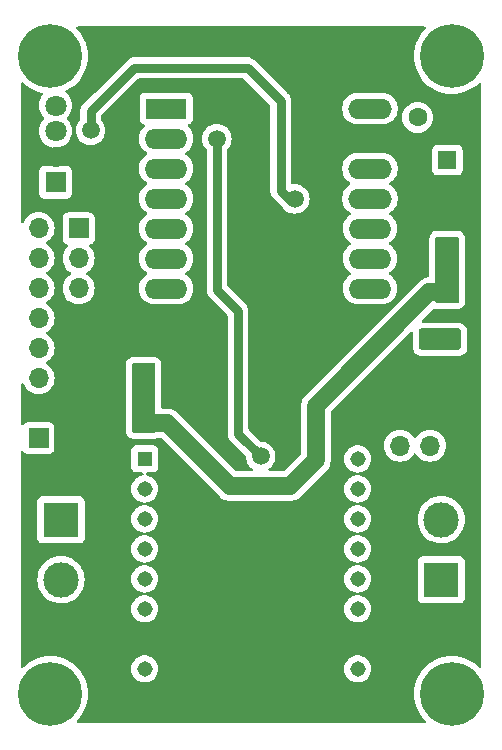
<source format=gbr>
%TF.GenerationSoftware,KiCad,Pcbnew,8.0.5*%
%TF.CreationDate,2024-10-01T15:35:57-03:00*%
%TF.ProjectId,hal9000mainboard,68616c39-3030-4306-9d61-696e626f6172,rev?*%
%TF.SameCoordinates,Original*%
%TF.FileFunction,Copper,L1,Top*%
%TF.FilePolarity,Positive*%
%FSLAX46Y46*%
G04 Gerber Fmt 4.6, Leading zero omitted, Abs format (unit mm)*
G04 Created by KiCad (PCBNEW 8.0.5) date 2024-10-01 15:35:57*
%MOMM*%
%LPD*%
G01*
G04 APERTURE LIST*
G04 Aperture macros list*
%AMRoundRect*
0 Rectangle with rounded corners*
0 $1 Rounding radius*
0 $2 $3 $4 $5 $6 $7 $8 $9 X,Y pos of 4 corners*
0 Add a 4 corners polygon primitive as box body*
4,1,4,$2,$3,$4,$5,$6,$7,$8,$9,$2,$3,0*
0 Add four circle primitives for the rounded corners*
1,1,$1+$1,$2,$3*
1,1,$1+$1,$4,$5*
1,1,$1+$1,$6,$7*
1,1,$1+$1,$8,$9*
0 Add four rect primitives between the rounded corners*
20,1,$1+$1,$2,$3,$4,$5,0*
20,1,$1+$1,$4,$5,$6,$7,0*
20,1,$1+$1,$6,$7,$8,$9,0*
20,1,$1+$1,$8,$9,$2,$3,0*%
G04 Aperture macros list end*
%TA.AperFunction,ComponentPad*%
%ADD10C,1.600000*%
%TD*%
%TA.AperFunction,ComponentPad*%
%ADD11RoundRect,0.250000X-1.550000X0.650000X-1.550000X-0.650000X1.550000X-0.650000X1.550000X0.650000X0*%
%TD*%
%TA.AperFunction,ComponentPad*%
%ADD12O,3.600000X1.800000*%
%TD*%
%TA.AperFunction,ComponentPad*%
%ADD13R,3.500000X1.700000*%
%TD*%
%TA.AperFunction,ComponentPad*%
%ADD14O,3.600000X1.700000*%
%TD*%
%TA.AperFunction,ComponentPad*%
%ADD15O,3.700000X1.700000*%
%TD*%
%TA.AperFunction,ComponentPad*%
%ADD16R,3.000000X3.000000*%
%TD*%
%TA.AperFunction,ComponentPad*%
%ADD17C,3.000000*%
%TD*%
%TA.AperFunction,ComponentPad*%
%ADD18C,5.400000*%
%TD*%
%TA.AperFunction,ComponentPad*%
%ADD19R,1.600000X1.600000*%
%TD*%
%TA.AperFunction,ComponentPad*%
%ADD20O,1.600000X1.600000*%
%TD*%
%TA.AperFunction,ComponentPad*%
%ADD21C,1.308000*%
%TD*%
%TA.AperFunction,ComponentPad*%
%ADD22R,1.308000X1.308000*%
%TD*%
%TA.AperFunction,ComponentPad*%
%ADD23R,1.800000X1.800000*%
%TD*%
%TA.AperFunction,ComponentPad*%
%ADD24C,1.800000*%
%TD*%
%TA.AperFunction,ComponentPad*%
%ADD25R,1.700000X1.700000*%
%TD*%
%TA.AperFunction,ComponentPad*%
%ADD26O,1.700000X1.700000*%
%TD*%
%TA.AperFunction,ViaPad*%
%ADD27C,1.500000*%
%TD*%
%TA.AperFunction,Conductor*%
%ADD28C,0.750000*%
%TD*%
%TA.AperFunction,Conductor*%
%ADD29C,1.500000*%
%TD*%
G04 APERTURE END LIST*
D10*
%TO.P,C1,1*%
%TO.N,Net-(D1001-K)*%
X34100000Y-8200000D03*
%TO.P,C1,2*%
%TO.N,GND*%
X36600000Y-8200000D03*
%TD*%
D11*
%TO.P,J1001,1,Pin_1*%
%TO.N,+5V*%
X36000000Y-27000000D03*
D12*
%TO.P,J1001,2,Pin_2*%
%TO.N,GND*%
X36000000Y-30810000D03*
%TD*%
D13*
%TO.P,U1002,1,PA02_A0_D0*%
%TO.N,Net-(U1002-PA02_A0_D0)*%
X12810000Y-7450000D03*
D14*
%TO.P,U1002,2,PA4_A1_D1*%
%TO.N,BUSY*%
X12810000Y-9990000D03*
%TO.P,U1002,3,PA10_A2_D2*%
%TO.N,LED1*%
X12810000Y-12530000D03*
%TO.P,U1002,4,PA11_A3_D3*%
%TO.N,LED2*%
X12810000Y-15070000D03*
%TO.P,U1002,5,PA8_A4_D4_SDA*%
%TO.N,/scl*%
X12810000Y-17610000D03*
%TO.P,U1002,6,PA9_A5_D5_SCL*%
%TO.N,/sda*%
X12810000Y-20150000D03*
%TO.P,U1002,7,PB08_A6_D6_TX*%
%TO.N,UC_TX*%
X12810000Y-22690000D03*
%TO.P,U1002,8,PB09_A7_D7_RX*%
%TO.N,UC_RX*%
X30060000Y-22690000D03*
%TO.P,U1002,9,PA7_A8_D8_SCK*%
%TO.N,Net-(U1002-PA7_A8_D8_SCK)*%
X30060000Y-20150000D03*
%TO.P,U1002,10,PA5_A9_D9_MISO*%
%TO.N,Net-(U1002-PA5_A9_D9_MISO)*%
X30060000Y-17610000D03*
D15*
%TO.P,U1002,11,PA6_A10_D10_MOSI*%
%TO.N,LED3*%
X30060000Y-15070000D03*
%TO.P,U1002,12,3V3*%
%TO.N,Net-(U1002-3V3)*%
X30060000Y-12530000D03*
%TO.P,U1002,13,GND*%
%TO.N,GND*%
X30060000Y-9990000D03*
%TO.P,U1002,14,5V*%
%TO.N,Net-(D1001-K)*%
X30060000Y-7450000D03*
%TD*%
D16*
%TO.P,J1004,1,Pin_1*%
%TO.N,Net-(J1004-Pin_1)*%
X3900000Y-42260000D03*
D17*
%TO.P,J1004,2,Pin_2*%
%TO.N,Net-(J1004-Pin_2)*%
X3900000Y-47340000D03*
%TD*%
D18*
%TO.P,REF\u002A\u002A,1*%
%TO.N,N/C*%
X37000000Y-3000000D03*
%TD*%
D19*
%TO.P,D1001,1,K*%
%TO.N,Net-(D1001-K)*%
X36600000Y-11800000D03*
D20*
%TO.P,D1001,2,A*%
%TO.N,+5V*%
X36600000Y-19420000D03*
%TD*%
D21*
%TO.P,U1001,16,BUSY*%
%TO.N,BUSY*%
X29017000Y-37110000D03*
%TO.P,U1001,15,USB-*%
%TO.N,unconnected-(U1001-USB--Pad15)*%
X29017000Y-39650000D03*
%TO.P,U1001,14,USB+*%
%TO.N,unconnected-(U1001-USB+-Pad14)*%
X29017000Y-42190000D03*
%TO.P,U1001,13,ADKEY2*%
%TO.N,unconnected-(U1001-ADKEY2-Pad13)*%
X29017000Y-44730000D03*
%TO.P,U1001,12,ADKEY1*%
%TO.N,unconnected-(U1001-ADKEY1-Pad12)*%
X29017000Y-47270000D03*
%TO.P,U1001,11,IO2*%
%TO.N,unconnected-(U1001-IO2-Pad11)*%
X29017000Y-49810000D03*
%TO.P,U1001,10,GND*%
%TO.N,GND*%
X29017000Y-52350000D03*
%TO.P,U1001,9,IO1*%
%TO.N,unconnected-(U1001-IO1-Pad9)*%
X29017000Y-54890000D03*
%TO.P,U1001,8,SPK2*%
%TO.N,Net-(J1003-Pin_1)*%
X10983000Y-54890000D03*
%TO.P,U1001,7,GND*%
%TO.N,GND*%
X10983000Y-52350000D03*
%TO.P,U1001,6,SPK1*%
%TO.N,Net-(J1003-Pin_2)*%
X10983000Y-49810000D03*
%TO.P,U1001,5,DAC_L*%
%TO.N,Net-(J1004-Pin_2)*%
X10983000Y-47270000D03*
%TO.P,U1001,4,DAC_R*%
%TO.N,Net-(J1004-Pin_1)*%
X10983000Y-44730000D03*
%TO.P,U1001,3,TX*%
%TO.N,UC_RX*%
X10983000Y-42190000D03*
%TO.P,U1001,2,RX*%
%TO.N,UC_TX*%
X10983000Y-39650000D03*
D22*
%TO.P,U1001,1,VCC*%
%TO.N,+5V*%
X10983000Y-37110000D03*
%TD*%
D23*
%TO.P,D1003,1,GA*%
%TO.N,Net-(D1003-GA)*%
X3440000Y-13680000D03*
D24*
%TO.P,D1003,2,K*%
%TO.N,GND*%
X3440000Y-11521000D03*
%TO.P,D1003,3,BA*%
%TO.N,Net-(D1003-BA)*%
X3440000Y-9362000D03*
%TO.P,D1003,4,RA*%
%TO.N,Net-(D1003-RA)*%
X3440000Y-7203000D03*
%TD*%
D18*
%TO.P,REF\u002A\u002A,1*%
%TO.N,N/C*%
X3000000Y-3000000D03*
%TD*%
%TO.P,REF\u002A\u002A,1*%
%TO.N,N/C*%
X3000000Y-57000000D03*
%TD*%
D10*
%TO.P,C1001,1*%
%TO.N,+5V*%
X10900000Y-30100000D03*
%TO.P,C1001,2*%
%TO.N,GND*%
X8400000Y-30100000D03*
%TD*%
D18*
%TO.P,REF\u002A\u002A,1*%
%TO.N,N/C*%
X37000000Y-57000000D03*
%TD*%
D16*
%TO.P,J1003,1,Pin_1*%
%TO.N,Net-(J1003-Pin_1)*%
X36100000Y-47340000D03*
D17*
%TO.P,J1003,2,Pin_2*%
%TO.N,Net-(J1003-Pin_2)*%
X36100000Y-42260000D03*
%TD*%
D25*
%TO.P,J1002,1,Pin_1*%
%TO.N,/scl*%
X5400000Y-17600000D03*
D26*
%TO.P,J1002,2,Pin_2*%
%TO.N,/sda*%
X5400000Y-20140000D03*
%TO.P,J1002,3,Pin_3*%
%TO.N,+5V*%
X5400000Y-22680000D03*
%TO.P,J1002,4,Pin_4*%
%TO.N,GND*%
X5400000Y-25220000D03*
%TD*%
D25*
%TO.P,J1006,1,Pin_1*%
%TO.N,+5V*%
X2000000Y-35355000D03*
D26*
%TO.P,J1006,2,Pin_2*%
%TO.N,GND*%
X2000000Y-32815000D03*
%TO.P,J1006,3,Pin_3*%
%TO.N,unconnected-(J1006-Pin_3-Pad3)*%
X2000000Y-30275000D03*
%TO.P,J1006,4,Pin_4*%
%TO.N,unconnected-(J1006-Pin_4-Pad4)*%
X2000000Y-27735000D03*
%TO.P,J1006,5,Pin_5*%
%TO.N,unconnected-(J1006-Pin_5-Pad5)*%
X2000000Y-25195000D03*
%TO.P,J1006,6,Pin_6*%
%TO.N,unconnected-(J1006-Pin_6-Pad6)*%
X2000000Y-22655000D03*
%TO.P,J1006,7,Pin_7*%
%TO.N,/sda*%
X2000000Y-20115000D03*
%TO.P,J1006,8,Pin_8*%
%TO.N,/scl*%
X2000000Y-17575000D03*
%TD*%
D25*
%TO.P,J1005,1,Pin_1*%
%TO.N,GND*%
X37680000Y-36000000D03*
D26*
%TO.P,J1005,2,Pin_2*%
%TO.N,+5V*%
X35140000Y-36000000D03*
%TO.P,J1005,3,Pin_3*%
%TO.N,LED3*%
X32600000Y-36000000D03*
%TD*%
D27*
%TO.N,Net-(D1003-BA)*%
X23700000Y-15100000D03*
%TO.N,GND*%
X19600000Y-7500000D03*
X1800000Y-52400000D03*
X5500000Y-30100000D03*
X7600000Y-11600000D03*
X20700000Y-46600000D03*
X29300000Y-1400000D03*
%TO.N,+5V*%
X36600000Y-23000000D03*
X36600000Y-21500000D03*
%TO.N,BUSY*%
X20800000Y-36900000D03*
X17100000Y-10000000D03*
%TO.N,Net-(D1003-BA)*%
X6400000Y-9300000D03*
%TO.N,+5V*%
X10900000Y-34100000D03*
X10900000Y-32600000D03*
%TD*%
D28*
%TO.N,Net-(D1003-BA)*%
X10100000Y-4000000D02*
X6400000Y-7700000D01*
X19700000Y-4000000D02*
X10100000Y-4000000D01*
X22500000Y-6800000D02*
X19700000Y-4000000D01*
X22500000Y-14400000D02*
X22500000Y-6800000D01*
X23200000Y-15100000D02*
X22500000Y-14400000D01*
X6400000Y-7700000D02*
X6400000Y-9300000D01*
X23675000Y-15100000D02*
X23200000Y-15100000D01*
D29*
%TO.N,+5V*%
X35100000Y-23000000D02*
X36600000Y-23000000D01*
X18200000Y-39400000D02*
X23300000Y-39400000D01*
X25500000Y-32600000D02*
X35100000Y-23000000D01*
X12900000Y-34100000D02*
X18200000Y-39400000D01*
X23300000Y-39400000D02*
X25500000Y-37200000D01*
X25500000Y-37200000D02*
X25500000Y-32600000D01*
X10900000Y-34100000D02*
X12900000Y-34100000D01*
D28*
%TO.N,BUSY*%
X18900000Y-24600000D02*
X17100000Y-22800000D01*
X20800000Y-36900000D02*
X18900000Y-35000000D01*
X17100000Y-22800000D02*
X17100000Y-10000000D01*
X18900000Y-35000000D02*
X18900000Y-24600000D01*
D29*
%TO.N,+5V*%
X10900000Y-32600000D02*
X10900000Y-34100000D01*
%TD*%
%TA.AperFunction,Conductor*%
%TO.N,GND*%
G36*
X34736080Y-520185D02*
G01*
X34781835Y-572989D01*
X34791779Y-642147D01*
X34762754Y-705703D01*
X34751668Y-716959D01*
X34733343Y-733334D01*
X34493805Y-1001377D01*
X34285790Y-1294545D01*
X34111905Y-1609168D01*
X33974339Y-1941281D01*
X33874828Y-2286694D01*
X33874826Y-2286703D01*
X33814614Y-2641085D01*
X33814612Y-2641097D01*
X33794457Y-3000000D01*
X33814612Y-3358902D01*
X33814613Y-3358907D01*
X33874827Y-3713300D01*
X33974341Y-4058724D01*
X34111906Y-4390833D01*
X34285789Y-4705452D01*
X34493806Y-4998623D01*
X34733339Y-5266661D01*
X35001377Y-5506194D01*
X35294548Y-5714211D01*
X35609167Y-5888094D01*
X35941276Y-6025659D01*
X36286700Y-6125173D01*
X36641093Y-6185387D01*
X37000000Y-6205543D01*
X37358907Y-6185387D01*
X37713300Y-6125173D01*
X38058724Y-6025659D01*
X38390833Y-5888094D01*
X38705452Y-5714211D01*
X38998623Y-5506194D01*
X39266661Y-5266661D01*
X39283040Y-5248331D01*
X39342387Y-5211461D01*
X39412248Y-5212528D01*
X39470443Y-5251196D01*
X39498493Y-5315188D01*
X39499500Y-5330958D01*
X39499500Y-54669040D01*
X39479815Y-54736079D01*
X39427011Y-54781834D01*
X39357853Y-54791778D01*
X39294297Y-54762753D01*
X39283042Y-54751669D01*
X39266662Y-54733340D01*
X38998622Y-54493805D01*
X38705454Y-54285790D01*
X38390831Y-54111905D01*
X38304086Y-54075974D01*
X38058724Y-53974341D01*
X38058720Y-53974339D01*
X38058718Y-53974339D01*
X37713305Y-53874828D01*
X37713296Y-53874826D01*
X37358914Y-53814614D01*
X37358902Y-53814612D01*
X37000000Y-53794457D01*
X36641097Y-53814612D01*
X36641085Y-53814614D01*
X36286703Y-53874826D01*
X36286694Y-53874828D01*
X35941281Y-53974339D01*
X35609168Y-54111905D01*
X35294545Y-54285790D01*
X35001377Y-54493805D01*
X34733339Y-54733339D01*
X34493805Y-55001377D01*
X34285790Y-55294545D01*
X34111905Y-55609168D01*
X33989225Y-55905341D01*
X33979885Y-55927893D01*
X33974339Y-55941281D01*
X33874828Y-56286694D01*
X33874826Y-56286703D01*
X33814614Y-56641085D01*
X33814612Y-56641097D01*
X33794457Y-57000000D01*
X33814612Y-57358902D01*
X33814614Y-57358914D01*
X33874826Y-57713296D01*
X33874828Y-57713305D01*
X33974339Y-58058718D01*
X34111905Y-58390831D01*
X34285790Y-58705454D01*
X34493805Y-58998622D01*
X34733343Y-59266665D01*
X34751668Y-59283041D01*
X34788539Y-59342390D01*
X34787470Y-59412251D01*
X34748800Y-59470444D01*
X34684808Y-59498494D01*
X34669041Y-59499500D01*
X5330959Y-59499500D01*
X5263920Y-59479815D01*
X5218165Y-59427011D01*
X5208221Y-59357853D01*
X5237246Y-59294297D01*
X5248332Y-59283041D01*
X5253941Y-59278027D01*
X5266661Y-59266661D01*
X5506194Y-58998623D01*
X5714211Y-58705452D01*
X5888094Y-58390833D01*
X6025659Y-58058724D01*
X6125173Y-57713300D01*
X6185387Y-57358907D01*
X6205543Y-57000000D01*
X6185387Y-56641093D01*
X6125173Y-56286700D01*
X6025659Y-55941276D01*
X5888094Y-55609167D01*
X5714211Y-55294548D01*
X5506194Y-55001377D01*
X5406661Y-54889999D01*
X9823554Y-54889999D01*
X9823554Y-54890000D01*
X9843295Y-55103047D01*
X9843296Y-55103050D01*
X9901846Y-55308835D01*
X9901849Y-55308840D01*
X9997219Y-55500370D01*
X10126159Y-55671114D01*
X10284278Y-55815258D01*
X10284283Y-55815261D01*
X10284286Y-55815263D01*
X10466186Y-55927891D01*
X10466187Y-55927891D01*
X10466190Y-55927893D01*
X10665703Y-56005185D01*
X10876020Y-56044500D01*
X10876022Y-56044500D01*
X11089978Y-56044500D01*
X11089980Y-56044500D01*
X11300297Y-56005185D01*
X11499810Y-55927893D01*
X11681722Y-55815258D01*
X11839841Y-55671114D01*
X11968781Y-55500370D01*
X12064151Y-55308840D01*
X12064151Y-55308837D01*
X12064153Y-55308835D01*
X12122703Y-55103050D01*
X12122704Y-55103047D01*
X12142446Y-54890000D01*
X12142446Y-54889999D01*
X27857554Y-54889999D01*
X27857554Y-54890000D01*
X27877295Y-55103047D01*
X27877296Y-55103050D01*
X27935846Y-55308835D01*
X27935849Y-55308840D01*
X28031219Y-55500370D01*
X28160159Y-55671114D01*
X28318278Y-55815258D01*
X28318283Y-55815261D01*
X28318286Y-55815263D01*
X28500186Y-55927891D01*
X28500187Y-55927891D01*
X28500190Y-55927893D01*
X28699703Y-56005185D01*
X28910020Y-56044500D01*
X28910022Y-56044500D01*
X29123978Y-56044500D01*
X29123980Y-56044500D01*
X29334297Y-56005185D01*
X29533810Y-55927893D01*
X29715722Y-55815258D01*
X29873841Y-55671114D01*
X30002781Y-55500370D01*
X30098151Y-55308840D01*
X30098151Y-55308837D01*
X30098153Y-55308835D01*
X30156703Y-55103050D01*
X30156704Y-55103047D01*
X30176446Y-54890000D01*
X30176446Y-54889999D01*
X30156704Y-54676952D01*
X30156703Y-54676949D01*
X30098153Y-54471164D01*
X30098150Y-54471158D01*
X30005848Y-54285790D01*
X30002781Y-54279630D01*
X29873841Y-54108886D01*
X29715722Y-53964742D01*
X29715716Y-53964738D01*
X29715713Y-53964736D01*
X29533813Y-53852108D01*
X29533807Y-53852106D01*
X29334297Y-53774815D01*
X29123980Y-53735500D01*
X28910020Y-53735500D01*
X28699703Y-53774815D01*
X28596973Y-53814613D01*
X28500192Y-53852106D01*
X28500186Y-53852108D01*
X28318286Y-53964736D01*
X28318283Y-53964738D01*
X28318279Y-53964740D01*
X28318278Y-53964742D01*
X28160159Y-54108886D01*
X28160158Y-54108887D01*
X28031219Y-54279629D01*
X27935849Y-54471158D01*
X27935846Y-54471164D01*
X27877296Y-54676949D01*
X27877295Y-54676952D01*
X27857554Y-54889999D01*
X12142446Y-54889999D01*
X12122704Y-54676952D01*
X12122703Y-54676949D01*
X12064153Y-54471164D01*
X12064150Y-54471158D01*
X11971848Y-54285790D01*
X11968781Y-54279630D01*
X11839841Y-54108886D01*
X11681722Y-53964742D01*
X11681716Y-53964738D01*
X11681713Y-53964736D01*
X11499813Y-53852108D01*
X11499807Y-53852106D01*
X11300297Y-53774815D01*
X11089980Y-53735500D01*
X10876020Y-53735500D01*
X10665703Y-53774815D01*
X10562973Y-53814613D01*
X10466192Y-53852106D01*
X10466186Y-53852108D01*
X10284286Y-53964736D01*
X10284283Y-53964738D01*
X10284279Y-53964740D01*
X10284278Y-53964742D01*
X10126159Y-54108886D01*
X10126158Y-54108887D01*
X9997219Y-54279629D01*
X9901849Y-54471158D01*
X9901846Y-54471164D01*
X9843296Y-54676949D01*
X9843295Y-54676952D01*
X9823554Y-54889999D01*
X5406661Y-54889999D01*
X5266661Y-54733339D01*
X4998623Y-54493806D01*
X4998622Y-54493805D01*
X4705454Y-54285790D01*
X4390831Y-54111905D01*
X4304086Y-54075974D01*
X4058724Y-53974341D01*
X4058720Y-53974339D01*
X4058718Y-53974339D01*
X3713305Y-53874828D01*
X3713296Y-53874826D01*
X3358914Y-53814614D01*
X3358902Y-53814612D01*
X3000000Y-53794457D01*
X2641097Y-53814612D01*
X2641085Y-53814614D01*
X2286703Y-53874826D01*
X2286694Y-53874828D01*
X1941281Y-53974339D01*
X1609168Y-54111905D01*
X1294545Y-54285790D01*
X1001377Y-54493805D01*
X733337Y-54733340D01*
X716958Y-54751669D01*
X657607Y-54788539D01*
X587746Y-54787468D01*
X529554Y-54748797D01*
X501506Y-54684804D01*
X500500Y-54669040D01*
X500500Y-47339998D01*
X1894390Y-47339998D01*
X1894390Y-47340001D01*
X1914804Y-47625433D01*
X1975628Y-47905037D01*
X2075635Y-48173166D01*
X2212770Y-48424309D01*
X2212775Y-48424317D01*
X2384254Y-48653387D01*
X2384270Y-48653405D01*
X2586594Y-48855729D01*
X2586612Y-48855745D01*
X2815682Y-49027224D01*
X2815690Y-49027229D01*
X3066833Y-49164364D01*
X3066832Y-49164364D01*
X3066836Y-49164365D01*
X3066839Y-49164367D01*
X3334954Y-49264369D01*
X3334960Y-49264370D01*
X3334962Y-49264371D01*
X3614566Y-49325195D01*
X3614568Y-49325195D01*
X3614572Y-49325196D01*
X3868220Y-49343337D01*
X3899999Y-49345610D01*
X3900000Y-49345610D01*
X3900001Y-49345610D01*
X3928595Y-49343564D01*
X4185428Y-49325196D01*
X4375742Y-49283796D01*
X4465037Y-49264371D01*
X4465037Y-49264370D01*
X4465046Y-49264369D01*
X4733161Y-49164367D01*
X4984315Y-49027226D01*
X5213395Y-48855739D01*
X5415739Y-48653395D01*
X5587226Y-48424315D01*
X5724367Y-48173161D01*
X5824369Y-47905046D01*
X5885196Y-47625428D01*
X5905610Y-47340000D01*
X5885196Y-47054572D01*
X5840947Y-46851164D01*
X5824371Y-46774962D01*
X5824370Y-46774960D01*
X5824369Y-46774954D01*
X5724367Y-46506839D01*
X5714564Y-46488887D01*
X5587229Y-46255690D01*
X5587224Y-46255682D01*
X5415745Y-46026612D01*
X5415729Y-46026594D01*
X5213405Y-45824270D01*
X5213387Y-45824254D01*
X4984317Y-45652775D01*
X4984309Y-45652770D01*
X4733166Y-45515635D01*
X4733167Y-45515635D01*
X4625915Y-45475632D01*
X4465046Y-45415631D01*
X4465043Y-45415630D01*
X4465037Y-45415628D01*
X4185433Y-45354804D01*
X3900001Y-45334390D01*
X3899999Y-45334390D01*
X3614566Y-45354804D01*
X3334962Y-45415628D01*
X3066833Y-45515635D01*
X2815690Y-45652770D01*
X2815682Y-45652775D01*
X2586612Y-45824254D01*
X2586594Y-45824270D01*
X2384270Y-46026594D01*
X2384254Y-46026612D01*
X2212775Y-46255682D01*
X2212770Y-46255690D01*
X2075635Y-46506833D01*
X1975628Y-46774962D01*
X1914804Y-47054566D01*
X1894390Y-47339998D01*
X500500Y-47339998D01*
X500500Y-40712135D01*
X1899500Y-40712135D01*
X1899500Y-43807870D01*
X1899501Y-43807876D01*
X1905908Y-43867483D01*
X1956202Y-44002328D01*
X1956206Y-44002335D01*
X2042452Y-44117544D01*
X2042455Y-44117547D01*
X2157664Y-44203793D01*
X2157671Y-44203797D01*
X2292517Y-44254091D01*
X2292516Y-44254091D01*
X2299444Y-44254835D01*
X2352127Y-44260500D01*
X5447872Y-44260499D01*
X5507483Y-44254091D01*
X5642331Y-44203796D01*
X5757546Y-44117546D01*
X5843796Y-44002331D01*
X5894091Y-43867483D01*
X5900500Y-43807873D01*
X5900499Y-40712128D01*
X5894091Y-40652517D01*
X5881854Y-40619709D01*
X5843797Y-40517671D01*
X5843793Y-40517664D01*
X5757547Y-40402455D01*
X5757544Y-40402452D01*
X5642335Y-40316206D01*
X5642328Y-40316202D01*
X5507482Y-40265908D01*
X5507483Y-40265908D01*
X5447883Y-40259501D01*
X5447881Y-40259500D01*
X5447873Y-40259500D01*
X5447864Y-40259500D01*
X2352129Y-40259500D01*
X2352123Y-40259501D01*
X2292516Y-40265908D01*
X2157671Y-40316202D01*
X2157664Y-40316206D01*
X2042455Y-40402452D01*
X2042452Y-40402455D01*
X1956206Y-40517664D01*
X1956202Y-40517671D01*
X1905908Y-40652517D01*
X1899501Y-40712116D01*
X1899501Y-40712123D01*
X1899500Y-40712135D01*
X500500Y-40712135D01*
X500500Y-39649999D01*
X9823554Y-39649999D01*
X9823554Y-39650000D01*
X9843295Y-39863047D01*
X9843296Y-39863050D01*
X9901846Y-40068835D01*
X9901849Y-40068840D01*
X9997219Y-40260370D01*
X10126159Y-40431114D01*
X10284278Y-40575258D01*
X10284283Y-40575261D01*
X10284286Y-40575263D01*
X10466186Y-40687891D01*
X10466187Y-40687891D01*
X10466190Y-40687893D01*
X10665703Y-40765185D01*
X10841845Y-40798111D01*
X10904125Y-40829779D01*
X10939398Y-40890092D01*
X10936464Y-40959900D01*
X10896255Y-41017040D01*
X10841845Y-41041888D01*
X10665703Y-41074815D01*
X10539533Y-41123693D01*
X10466192Y-41152106D01*
X10466186Y-41152108D01*
X10284286Y-41264736D01*
X10284283Y-41264738D01*
X10284279Y-41264740D01*
X10284278Y-41264742D01*
X10126159Y-41408886D01*
X10126158Y-41408887D01*
X9997219Y-41579629D01*
X9901849Y-41771158D01*
X9901846Y-41771164D01*
X9843296Y-41976949D01*
X9843295Y-41976952D01*
X9823554Y-42189999D01*
X9823554Y-42190000D01*
X9843295Y-42403047D01*
X9843296Y-42403050D01*
X9901846Y-42608835D01*
X9901849Y-42608840D01*
X9997219Y-42800370D01*
X10126159Y-42971114D01*
X10284278Y-43115258D01*
X10284283Y-43115261D01*
X10284286Y-43115263D01*
X10466186Y-43227891D01*
X10466187Y-43227891D01*
X10466190Y-43227893D01*
X10665703Y-43305185D01*
X10841845Y-43338111D01*
X10904125Y-43369779D01*
X10939398Y-43430092D01*
X10936464Y-43499900D01*
X10896255Y-43557040D01*
X10841845Y-43581888D01*
X10665703Y-43614815D01*
X10539533Y-43663693D01*
X10466192Y-43692106D01*
X10466186Y-43692108D01*
X10284286Y-43804736D01*
X10284283Y-43804738D01*
X10284279Y-43804740D01*
X10284278Y-43804742D01*
X10127982Y-43947224D01*
X10126158Y-43948887D01*
X9997219Y-44119629D01*
X9901849Y-44311158D01*
X9901846Y-44311164D01*
X9843296Y-44516949D01*
X9843295Y-44516952D01*
X9823554Y-44729999D01*
X9823554Y-44730000D01*
X9843295Y-44943047D01*
X9843296Y-44943050D01*
X9901846Y-45148835D01*
X9901849Y-45148840D01*
X9997219Y-45340370D01*
X10126159Y-45511114D01*
X10284278Y-45655258D01*
X10284283Y-45655261D01*
X10284286Y-45655263D01*
X10466186Y-45767891D01*
X10466187Y-45767891D01*
X10466190Y-45767893D01*
X10665703Y-45845185D01*
X10841845Y-45878111D01*
X10904125Y-45909779D01*
X10939398Y-45970092D01*
X10936464Y-46039900D01*
X10896255Y-46097040D01*
X10841845Y-46121888D01*
X10665703Y-46154815D01*
X10539533Y-46203693D01*
X10466192Y-46232106D01*
X10466186Y-46232108D01*
X10284286Y-46344736D01*
X10284283Y-46344738D01*
X10284279Y-46344740D01*
X10284278Y-46344742D01*
X10126159Y-46488886D01*
X10126158Y-46488887D01*
X9997219Y-46659629D01*
X9901849Y-46851158D01*
X9901846Y-46851164D01*
X9843296Y-47056949D01*
X9843295Y-47056952D01*
X9823554Y-47269999D01*
X9823554Y-47270000D01*
X9843295Y-47483047D01*
X9843296Y-47483050D01*
X9901846Y-47688835D01*
X9901849Y-47688840D01*
X9997219Y-47880370D01*
X10126159Y-48051114D01*
X10284278Y-48195258D01*
X10284283Y-48195261D01*
X10284286Y-48195263D01*
X10466186Y-48307891D01*
X10466187Y-48307891D01*
X10466190Y-48307893D01*
X10665703Y-48385185D01*
X10841845Y-48418111D01*
X10904125Y-48449779D01*
X10939398Y-48510092D01*
X10936464Y-48579900D01*
X10896255Y-48637040D01*
X10841845Y-48661888D01*
X10665703Y-48694815D01*
X10539533Y-48743693D01*
X10466192Y-48772106D01*
X10466186Y-48772108D01*
X10284286Y-48884736D01*
X10284283Y-48884738D01*
X10284279Y-48884740D01*
X10284278Y-48884742D01*
X10127982Y-49027224D01*
X10126158Y-49028887D01*
X9997219Y-49199629D01*
X9901849Y-49391158D01*
X9901846Y-49391164D01*
X9843296Y-49596949D01*
X9843295Y-49596952D01*
X9823554Y-49809999D01*
X9823554Y-49810000D01*
X9843295Y-50023047D01*
X9843296Y-50023050D01*
X9901846Y-50228835D01*
X9901849Y-50228840D01*
X9997219Y-50420370D01*
X10126159Y-50591114D01*
X10284278Y-50735258D01*
X10284283Y-50735261D01*
X10284286Y-50735263D01*
X10466186Y-50847891D01*
X10466187Y-50847891D01*
X10466190Y-50847893D01*
X10665703Y-50925185D01*
X10876020Y-50964500D01*
X10876022Y-50964500D01*
X11089978Y-50964500D01*
X11089980Y-50964500D01*
X11300297Y-50925185D01*
X11499810Y-50847893D01*
X11681722Y-50735258D01*
X11839841Y-50591114D01*
X11968781Y-50420370D01*
X12064151Y-50228840D01*
X12064151Y-50228837D01*
X12064153Y-50228835D01*
X12122703Y-50023050D01*
X12122704Y-50023047D01*
X12142446Y-49810000D01*
X12142446Y-49809999D01*
X12122704Y-49596952D01*
X12122703Y-49596949D01*
X12064153Y-49391164D01*
X12064150Y-49391158D01*
X12031305Y-49325196D01*
X11968781Y-49199630D01*
X11839841Y-49028886D01*
X11681722Y-48884742D01*
X11681716Y-48884738D01*
X11681713Y-48884736D01*
X11499813Y-48772108D01*
X11499807Y-48772106D01*
X11300297Y-48694815D01*
X11124153Y-48661888D01*
X11061874Y-48630221D01*
X11026601Y-48569908D01*
X11029535Y-48500100D01*
X11069744Y-48442960D01*
X11124152Y-48418112D01*
X11300297Y-48385185D01*
X11499810Y-48307893D01*
X11681722Y-48195258D01*
X11839841Y-48051114D01*
X11968781Y-47880370D01*
X12064151Y-47688840D01*
X12064151Y-47688837D01*
X12064153Y-47688835D01*
X12122703Y-47483050D01*
X12122704Y-47483047D01*
X12142446Y-47270000D01*
X12142446Y-47269999D01*
X12122704Y-47056952D01*
X12122703Y-47056949D01*
X12064153Y-46851164D01*
X12064150Y-46851158D01*
X12026205Y-46774954D01*
X11968781Y-46659630D01*
X11839841Y-46488886D01*
X11681722Y-46344742D01*
X11681716Y-46344738D01*
X11681713Y-46344736D01*
X11499813Y-46232108D01*
X11499807Y-46232106D01*
X11300297Y-46154815D01*
X11124153Y-46121888D01*
X11061874Y-46090221D01*
X11026601Y-46029908D01*
X11029535Y-45960100D01*
X11069744Y-45902960D01*
X11124152Y-45878112D01*
X11300297Y-45845185D01*
X11499810Y-45767893D01*
X11681722Y-45655258D01*
X11839841Y-45511114D01*
X11968781Y-45340370D01*
X12064151Y-45148840D01*
X12064151Y-45148837D01*
X12064153Y-45148835D01*
X12122703Y-44943050D01*
X12122704Y-44943047D01*
X12142446Y-44730000D01*
X12142446Y-44729999D01*
X12122704Y-44516952D01*
X12122703Y-44516949D01*
X12064153Y-44311164D01*
X12064150Y-44311158D01*
X12031305Y-44245196D01*
X11968781Y-44119630D01*
X11839841Y-43948886D01*
X11681722Y-43804742D01*
X11681716Y-43804738D01*
X11681713Y-43804736D01*
X11499813Y-43692108D01*
X11499807Y-43692106D01*
X11300297Y-43614815D01*
X11124153Y-43581888D01*
X11061874Y-43550221D01*
X11026601Y-43489908D01*
X11029535Y-43420100D01*
X11069744Y-43362960D01*
X11124152Y-43338112D01*
X11300297Y-43305185D01*
X11499810Y-43227893D01*
X11681722Y-43115258D01*
X11839841Y-42971114D01*
X11968781Y-42800370D01*
X12064151Y-42608840D01*
X12064151Y-42608837D01*
X12064153Y-42608835D01*
X12122703Y-42403050D01*
X12122704Y-42403047D01*
X12142446Y-42190000D01*
X12142446Y-42189999D01*
X12122704Y-41976952D01*
X12122703Y-41976949D01*
X12064153Y-41771164D01*
X12064150Y-41771158D01*
X12026205Y-41694954D01*
X11968781Y-41579630D01*
X11839841Y-41408886D01*
X11681722Y-41264742D01*
X11681716Y-41264738D01*
X11681713Y-41264736D01*
X11499813Y-41152108D01*
X11499807Y-41152106D01*
X11300297Y-41074815D01*
X11124153Y-41041888D01*
X11061874Y-41010221D01*
X11026601Y-40949908D01*
X11029535Y-40880100D01*
X11069744Y-40822960D01*
X11124152Y-40798112D01*
X11300297Y-40765185D01*
X11499810Y-40687893D01*
X11681722Y-40575258D01*
X11839841Y-40431114D01*
X11968781Y-40260370D01*
X12064151Y-40068840D01*
X12064151Y-40068837D01*
X12064153Y-40068835D01*
X12122703Y-39863050D01*
X12122704Y-39863047D01*
X12142446Y-39650000D01*
X12142446Y-39649999D01*
X12122704Y-39436952D01*
X12122703Y-39436949D01*
X12064153Y-39231164D01*
X12064150Y-39231158D01*
X11968781Y-39039630D01*
X11839841Y-38868886D01*
X11681722Y-38724742D01*
X11681716Y-38724738D01*
X11681713Y-38724736D01*
X11499813Y-38612108D01*
X11499807Y-38612106D01*
X11300297Y-38534815D01*
X11169622Y-38510387D01*
X11107342Y-38478720D01*
X11072069Y-38418407D01*
X11075003Y-38348599D01*
X11115212Y-38291459D01*
X11179930Y-38265128D01*
X11192401Y-38264499D01*
X11684872Y-38264499D01*
X11744483Y-38258091D01*
X11879331Y-38207796D01*
X11994546Y-38121546D01*
X12080796Y-38006331D01*
X12131091Y-37871483D01*
X12137500Y-37811873D01*
X12137499Y-36408128D01*
X12131091Y-36348517D01*
X12123769Y-36328887D01*
X12080797Y-36213671D01*
X12080793Y-36213664D01*
X11994547Y-36098455D01*
X11994544Y-36098452D01*
X11879335Y-36012206D01*
X11879328Y-36012202D01*
X11744482Y-35961908D01*
X11744483Y-35961908D01*
X11684883Y-35955501D01*
X11684881Y-35955500D01*
X11684873Y-35955500D01*
X11684864Y-35955500D01*
X10281129Y-35955500D01*
X10281123Y-35955501D01*
X10221516Y-35961908D01*
X10086671Y-36012202D01*
X10086664Y-36012206D01*
X9971455Y-36098452D01*
X9971452Y-36098455D01*
X9885206Y-36213664D01*
X9885202Y-36213671D01*
X9834908Y-36348517D01*
X9828501Y-36408116D01*
X9828501Y-36408123D01*
X9828500Y-36408135D01*
X9828500Y-37811870D01*
X9828501Y-37811876D01*
X9834908Y-37871483D01*
X9885202Y-38006328D01*
X9885206Y-38006335D01*
X9971452Y-38121544D01*
X9971455Y-38121547D01*
X10086664Y-38207793D01*
X10086671Y-38207797D01*
X10221517Y-38258091D01*
X10221516Y-38258091D01*
X10228444Y-38258835D01*
X10281127Y-38264500D01*
X10773592Y-38264499D01*
X10840629Y-38284183D01*
X10886384Y-38336987D01*
X10896328Y-38406146D01*
X10867303Y-38469702D01*
X10808525Y-38507476D01*
X10796375Y-38510388D01*
X10665703Y-38534815D01*
X10539533Y-38583693D01*
X10466192Y-38612106D01*
X10466186Y-38612108D01*
X10284286Y-38724736D01*
X10284283Y-38724738D01*
X10284279Y-38724740D01*
X10284278Y-38724742D01*
X10126159Y-38868886D01*
X10126158Y-38868887D01*
X9997219Y-39039629D01*
X9901849Y-39231158D01*
X9901846Y-39231164D01*
X9843296Y-39436949D01*
X9843295Y-39436952D01*
X9823554Y-39649999D01*
X500500Y-39649999D01*
X500500Y-36545102D01*
X520185Y-36478063D01*
X572989Y-36432308D01*
X642147Y-36422364D01*
X705703Y-36451389D01*
X723762Y-36470786D01*
X792454Y-36562546D01*
X838643Y-36597123D01*
X907664Y-36648793D01*
X907671Y-36648797D01*
X1042517Y-36699091D01*
X1042516Y-36699091D01*
X1049444Y-36699835D01*
X1102127Y-36705500D01*
X2897872Y-36705499D01*
X2957483Y-36699091D01*
X3092331Y-36648796D01*
X3207546Y-36562546D01*
X3293796Y-36447331D01*
X3344091Y-36312483D01*
X3350500Y-36252873D01*
X3350499Y-34457128D01*
X3344091Y-34397517D01*
X3302521Y-34286063D01*
X3293797Y-34262671D01*
X3293793Y-34262664D01*
X3207547Y-34147455D01*
X3207544Y-34147452D01*
X3092335Y-34061206D01*
X3092328Y-34061202D01*
X2957482Y-34010908D01*
X2957483Y-34010908D01*
X2897883Y-34004501D01*
X2897881Y-34004500D01*
X2897873Y-34004500D01*
X2897864Y-34004500D01*
X1102129Y-34004500D01*
X1102123Y-34004501D01*
X1042516Y-34010908D01*
X907671Y-34061202D01*
X907664Y-34061206D01*
X792455Y-34147452D01*
X792452Y-34147455D01*
X723766Y-34239208D01*
X667832Y-34281079D01*
X598141Y-34286063D01*
X536818Y-34252577D01*
X503334Y-34191254D01*
X500500Y-34164897D01*
X500500Y-30814196D01*
X520185Y-30747157D01*
X572989Y-30701402D01*
X642147Y-30691458D01*
X705703Y-30720483D01*
X736882Y-30761791D01*
X825965Y-30952830D01*
X825967Y-30952834D01*
X934281Y-31107521D01*
X961505Y-31146401D01*
X1128599Y-31313495D01*
X1225384Y-31381265D01*
X1322165Y-31449032D01*
X1322167Y-31449033D01*
X1322170Y-31449035D01*
X1536337Y-31548903D01*
X1764592Y-31610063D01*
X1952918Y-31626539D01*
X1999999Y-31630659D01*
X2000000Y-31630659D01*
X2000001Y-31630659D01*
X2039234Y-31627226D01*
X2235408Y-31610063D01*
X2463663Y-31548903D01*
X2677830Y-31449035D01*
X2871401Y-31313495D01*
X3038495Y-31146401D01*
X3174035Y-30952830D01*
X3273903Y-30738663D01*
X3335063Y-30510408D01*
X3355659Y-30275000D01*
X3335063Y-30039592D01*
X3286888Y-29859799D01*
X3273905Y-29811344D01*
X3273904Y-29811343D01*
X3273903Y-29811337D01*
X3174035Y-29597171D01*
X3038495Y-29403599D01*
X3038494Y-29403597D01*
X2871402Y-29236506D01*
X2871396Y-29236501D01*
X2710728Y-29124000D01*
X9394500Y-29124000D01*
X9394500Y-34776000D01*
X9394501Y-34776009D01*
X9406052Y-34883450D01*
X9406054Y-34883462D01*
X9417260Y-34934972D01*
X9451383Y-35037497D01*
X9451386Y-35037503D01*
X9529171Y-35158537D01*
X9529179Y-35158548D01*
X9574923Y-35211340D01*
X9574926Y-35211343D01*
X9574930Y-35211347D01*
X9683664Y-35305567D01*
X9683667Y-35305568D01*
X9683668Y-35305569D01*
X9813750Y-35364977D01*
X9814541Y-35365338D01*
X9881580Y-35385023D01*
X9881584Y-35385024D01*
X10024000Y-35405500D01*
X10024003Y-35405500D01*
X11775990Y-35405500D01*
X11776000Y-35405500D01*
X11883456Y-35393947D01*
X11934967Y-35382741D01*
X12012768Y-35356845D01*
X12051928Y-35350500D01*
X12330664Y-35350500D01*
X12397703Y-35370185D01*
X12418345Y-35386819D01*
X17385354Y-40353828D01*
X17544595Y-40469524D01*
X17627454Y-40511742D01*
X17719969Y-40558882D01*
X17719971Y-40558882D01*
X17719974Y-40558884D01*
X17820318Y-40591487D01*
X17907173Y-40619709D01*
X18101578Y-40650500D01*
X18101583Y-40650500D01*
X23398422Y-40650500D01*
X23592826Y-40619709D01*
X23780026Y-40558884D01*
X23955405Y-40469524D01*
X24114646Y-40353828D01*
X26453828Y-38014646D01*
X26569524Y-37855405D01*
X26658884Y-37680026D01*
X26719709Y-37492826D01*
X26744696Y-37335063D01*
X26750500Y-37298421D01*
X26750500Y-37109999D01*
X27857554Y-37109999D01*
X27857554Y-37110000D01*
X27877295Y-37323047D01*
X27877296Y-37323050D01*
X27935846Y-37528835D01*
X27935849Y-37528840D01*
X28031219Y-37720370D01*
X28160159Y-37891114D01*
X28318278Y-38035258D01*
X28318283Y-38035261D01*
X28318286Y-38035263D01*
X28500186Y-38147891D01*
X28500187Y-38147891D01*
X28500190Y-38147893D01*
X28699703Y-38225185D01*
X28875845Y-38258111D01*
X28938125Y-38289779D01*
X28973398Y-38350092D01*
X28970464Y-38419900D01*
X28930255Y-38477040D01*
X28875845Y-38501888D01*
X28699703Y-38534815D01*
X28573533Y-38583693D01*
X28500192Y-38612106D01*
X28500186Y-38612108D01*
X28318286Y-38724736D01*
X28318283Y-38724738D01*
X28318279Y-38724740D01*
X28318278Y-38724742D01*
X28160159Y-38868886D01*
X28160158Y-38868887D01*
X28031219Y-39039629D01*
X27935849Y-39231158D01*
X27935846Y-39231164D01*
X27877296Y-39436949D01*
X27877295Y-39436952D01*
X27857554Y-39649999D01*
X27857554Y-39650000D01*
X27877295Y-39863047D01*
X27877296Y-39863050D01*
X27935846Y-40068835D01*
X27935849Y-40068840D01*
X28031219Y-40260370D01*
X28160159Y-40431114D01*
X28318278Y-40575258D01*
X28318283Y-40575261D01*
X28318286Y-40575263D01*
X28500186Y-40687891D01*
X28500187Y-40687891D01*
X28500190Y-40687893D01*
X28699703Y-40765185D01*
X28875845Y-40798111D01*
X28938125Y-40829779D01*
X28973398Y-40890092D01*
X28970464Y-40959900D01*
X28930255Y-41017040D01*
X28875845Y-41041888D01*
X28699703Y-41074815D01*
X28573533Y-41123693D01*
X28500192Y-41152106D01*
X28500186Y-41152108D01*
X28318286Y-41264736D01*
X28318283Y-41264738D01*
X28318279Y-41264740D01*
X28318278Y-41264742D01*
X28160159Y-41408886D01*
X28160158Y-41408887D01*
X28031219Y-41579629D01*
X27935849Y-41771158D01*
X27935846Y-41771164D01*
X27877296Y-41976949D01*
X27877295Y-41976952D01*
X27857554Y-42189999D01*
X27857554Y-42190000D01*
X27877295Y-42403047D01*
X27877296Y-42403050D01*
X27935846Y-42608835D01*
X27935849Y-42608840D01*
X28031219Y-42800370D01*
X28160159Y-42971114D01*
X28318278Y-43115258D01*
X28318283Y-43115261D01*
X28318286Y-43115263D01*
X28500186Y-43227891D01*
X28500187Y-43227891D01*
X28500190Y-43227893D01*
X28699703Y-43305185D01*
X28875845Y-43338111D01*
X28938125Y-43369779D01*
X28973398Y-43430092D01*
X28970464Y-43499900D01*
X28930255Y-43557040D01*
X28875845Y-43581888D01*
X28699703Y-43614815D01*
X28573533Y-43663693D01*
X28500192Y-43692106D01*
X28500186Y-43692108D01*
X28318286Y-43804736D01*
X28318283Y-43804738D01*
X28318279Y-43804740D01*
X28318278Y-43804742D01*
X28161982Y-43947224D01*
X28160158Y-43948887D01*
X28031219Y-44119629D01*
X27935849Y-44311158D01*
X27935846Y-44311164D01*
X27877296Y-44516949D01*
X27877295Y-44516952D01*
X27857554Y-44729999D01*
X27857554Y-44730000D01*
X27877295Y-44943047D01*
X27877296Y-44943050D01*
X27935846Y-45148835D01*
X27935849Y-45148840D01*
X28031219Y-45340370D01*
X28160159Y-45511114D01*
X28318278Y-45655258D01*
X28318283Y-45655261D01*
X28318286Y-45655263D01*
X28500186Y-45767891D01*
X28500187Y-45767891D01*
X28500190Y-45767893D01*
X28699703Y-45845185D01*
X28875845Y-45878111D01*
X28938125Y-45909779D01*
X28973398Y-45970092D01*
X28970464Y-46039900D01*
X28930255Y-46097040D01*
X28875845Y-46121888D01*
X28699703Y-46154815D01*
X28573533Y-46203693D01*
X28500192Y-46232106D01*
X28500186Y-46232108D01*
X28318286Y-46344736D01*
X28318283Y-46344738D01*
X28318279Y-46344740D01*
X28318278Y-46344742D01*
X28160159Y-46488886D01*
X28160158Y-46488887D01*
X28031219Y-46659629D01*
X27935849Y-46851158D01*
X27935846Y-46851164D01*
X27877296Y-47056949D01*
X27877295Y-47056952D01*
X27857554Y-47269999D01*
X27857554Y-47270000D01*
X27877295Y-47483047D01*
X27877296Y-47483050D01*
X27935846Y-47688835D01*
X27935849Y-47688840D01*
X28031219Y-47880370D01*
X28160159Y-48051114D01*
X28318278Y-48195258D01*
X28318283Y-48195261D01*
X28318286Y-48195263D01*
X28500186Y-48307891D01*
X28500187Y-48307891D01*
X28500190Y-48307893D01*
X28699703Y-48385185D01*
X28875845Y-48418111D01*
X28938125Y-48449779D01*
X28973398Y-48510092D01*
X28970464Y-48579900D01*
X28930255Y-48637040D01*
X28875845Y-48661888D01*
X28699703Y-48694815D01*
X28573533Y-48743693D01*
X28500192Y-48772106D01*
X28500186Y-48772108D01*
X28318286Y-48884736D01*
X28318283Y-48884738D01*
X28318279Y-48884740D01*
X28318278Y-48884742D01*
X28161982Y-49027224D01*
X28160158Y-49028887D01*
X28031219Y-49199629D01*
X27935849Y-49391158D01*
X27935846Y-49391164D01*
X27877296Y-49596949D01*
X27877295Y-49596952D01*
X27857554Y-49809999D01*
X27857554Y-49810000D01*
X27877295Y-50023047D01*
X27877296Y-50023050D01*
X27935846Y-50228835D01*
X27935849Y-50228840D01*
X28031219Y-50420370D01*
X28160159Y-50591114D01*
X28318278Y-50735258D01*
X28318283Y-50735261D01*
X28318286Y-50735263D01*
X28500186Y-50847891D01*
X28500187Y-50847891D01*
X28500190Y-50847893D01*
X28699703Y-50925185D01*
X28910020Y-50964500D01*
X28910022Y-50964500D01*
X29123978Y-50964500D01*
X29123980Y-50964500D01*
X29334297Y-50925185D01*
X29533810Y-50847893D01*
X29715722Y-50735258D01*
X29873841Y-50591114D01*
X30002781Y-50420370D01*
X30098151Y-50228840D01*
X30098151Y-50228837D01*
X30098153Y-50228835D01*
X30156703Y-50023050D01*
X30156704Y-50023047D01*
X30176446Y-49810000D01*
X30176446Y-49809999D01*
X30156704Y-49596952D01*
X30156703Y-49596949D01*
X30098153Y-49391164D01*
X30098150Y-49391158D01*
X30065305Y-49325196D01*
X30002781Y-49199630D01*
X29873841Y-49028886D01*
X29715722Y-48884742D01*
X29715716Y-48884738D01*
X29715713Y-48884736D01*
X29533813Y-48772108D01*
X29533807Y-48772106D01*
X29334297Y-48694815D01*
X29158153Y-48661888D01*
X29095874Y-48630221D01*
X29060601Y-48569908D01*
X29063535Y-48500100D01*
X29103744Y-48442960D01*
X29158152Y-48418112D01*
X29334297Y-48385185D01*
X29533810Y-48307893D01*
X29715722Y-48195258D01*
X29873841Y-48051114D01*
X30002781Y-47880370D01*
X30098151Y-47688840D01*
X30098151Y-47688837D01*
X30098153Y-47688835D01*
X30156703Y-47483050D01*
X30156704Y-47483047D01*
X30176446Y-47270000D01*
X30176446Y-47269999D01*
X30156704Y-47056952D01*
X30156703Y-47056949D01*
X30098153Y-46851164D01*
X30098150Y-46851158D01*
X30060205Y-46774954D01*
X30002781Y-46659630D01*
X29873841Y-46488886D01*
X29715722Y-46344742D01*
X29715716Y-46344738D01*
X29715713Y-46344736D01*
X29533813Y-46232108D01*
X29533807Y-46232106D01*
X29334297Y-46154815D01*
X29158153Y-46121888D01*
X29095874Y-46090221D01*
X29060601Y-46029908D01*
X29063535Y-45960100D01*
X29103744Y-45902960D01*
X29158152Y-45878112D01*
X29334297Y-45845185D01*
X29471234Y-45792135D01*
X34099500Y-45792135D01*
X34099500Y-48887870D01*
X34099501Y-48887876D01*
X34105908Y-48947483D01*
X34156202Y-49082328D01*
X34156206Y-49082335D01*
X34242452Y-49197544D01*
X34242455Y-49197547D01*
X34357664Y-49283793D01*
X34357671Y-49283797D01*
X34492517Y-49334091D01*
X34492516Y-49334091D01*
X34499444Y-49334835D01*
X34552127Y-49340500D01*
X37647872Y-49340499D01*
X37707483Y-49334091D01*
X37842331Y-49283796D01*
X37957546Y-49197546D01*
X38043796Y-49082331D01*
X38094091Y-48947483D01*
X38100500Y-48887873D01*
X38100499Y-45792128D01*
X38094091Y-45732517D01*
X38065276Y-45655261D01*
X38043797Y-45597671D01*
X38043793Y-45597664D01*
X37957547Y-45482455D01*
X37957544Y-45482452D01*
X37842335Y-45396206D01*
X37842328Y-45396202D01*
X37707482Y-45345908D01*
X37707483Y-45345908D01*
X37647883Y-45339501D01*
X37647881Y-45339500D01*
X37647873Y-45339500D01*
X37647864Y-45339500D01*
X34552129Y-45339500D01*
X34552123Y-45339501D01*
X34492516Y-45345908D01*
X34357671Y-45396202D01*
X34357664Y-45396206D01*
X34242455Y-45482452D01*
X34242452Y-45482455D01*
X34156206Y-45597664D01*
X34156202Y-45597671D01*
X34105908Y-45732517D01*
X34099501Y-45792116D01*
X34099501Y-45792123D01*
X34099500Y-45792135D01*
X29471234Y-45792135D01*
X29533810Y-45767893D01*
X29715722Y-45655258D01*
X29873841Y-45511114D01*
X30002781Y-45340370D01*
X30098151Y-45148840D01*
X30098151Y-45148837D01*
X30098153Y-45148835D01*
X30156703Y-44943050D01*
X30156704Y-44943047D01*
X30176446Y-44730000D01*
X30176446Y-44729999D01*
X30156704Y-44516952D01*
X30156703Y-44516949D01*
X30098153Y-44311164D01*
X30098150Y-44311158D01*
X30065305Y-44245196D01*
X30002781Y-44119630D01*
X29873841Y-43948886D01*
X29715722Y-43804742D01*
X29715716Y-43804738D01*
X29715713Y-43804736D01*
X29533813Y-43692108D01*
X29533807Y-43692106D01*
X29334297Y-43614815D01*
X29158153Y-43581888D01*
X29095874Y-43550221D01*
X29060601Y-43489908D01*
X29063535Y-43420100D01*
X29103744Y-43362960D01*
X29158152Y-43338112D01*
X29334297Y-43305185D01*
X29533810Y-43227893D01*
X29715722Y-43115258D01*
X29873841Y-42971114D01*
X30002781Y-42800370D01*
X30098151Y-42608840D01*
X30098151Y-42608837D01*
X30098153Y-42608835D01*
X30156703Y-42403050D01*
X30156704Y-42403047D01*
X30169960Y-42259998D01*
X34094390Y-42259998D01*
X34094390Y-42260001D01*
X34114804Y-42545433D01*
X34175628Y-42825037D01*
X34275635Y-43093166D01*
X34412770Y-43344309D01*
X34412775Y-43344317D01*
X34584254Y-43573387D01*
X34584270Y-43573405D01*
X34786594Y-43775729D01*
X34786612Y-43775745D01*
X35015682Y-43947224D01*
X35015690Y-43947229D01*
X35266833Y-44084364D01*
X35266832Y-44084364D01*
X35266836Y-44084365D01*
X35266839Y-44084367D01*
X35534954Y-44184369D01*
X35534960Y-44184370D01*
X35534962Y-44184371D01*
X35814566Y-44245195D01*
X35814568Y-44245195D01*
X35814572Y-44245196D01*
X36068220Y-44263337D01*
X36099999Y-44265610D01*
X36100000Y-44265610D01*
X36100001Y-44265610D01*
X36128595Y-44263564D01*
X36385428Y-44245196D01*
X36575742Y-44203796D01*
X36665037Y-44184371D01*
X36665037Y-44184370D01*
X36665046Y-44184369D01*
X36933161Y-44084367D01*
X37184315Y-43947226D01*
X37413395Y-43775739D01*
X37615739Y-43573395D01*
X37787226Y-43344315D01*
X37924367Y-43093161D01*
X38024369Y-42825046D01*
X38085196Y-42545428D01*
X38105610Y-42260000D01*
X38085196Y-41974572D01*
X38040947Y-41771164D01*
X38024371Y-41694962D01*
X38024370Y-41694960D01*
X38024369Y-41694954D01*
X37924367Y-41426839D01*
X37914564Y-41408887D01*
X37787229Y-41175690D01*
X37787224Y-41175682D01*
X37615745Y-40946612D01*
X37615729Y-40946594D01*
X37413405Y-40744270D01*
X37413387Y-40744254D01*
X37184317Y-40572775D01*
X37184309Y-40572770D01*
X36933166Y-40435635D01*
X36933167Y-40435635D01*
X36825915Y-40395632D01*
X36665046Y-40335631D01*
X36665043Y-40335630D01*
X36665037Y-40335628D01*
X36385433Y-40274804D01*
X36100001Y-40254390D01*
X36099999Y-40254390D01*
X35814566Y-40274804D01*
X35534962Y-40335628D01*
X35266833Y-40435635D01*
X35015690Y-40572770D01*
X35015682Y-40572775D01*
X34786612Y-40744254D01*
X34786594Y-40744270D01*
X34584270Y-40946594D01*
X34584254Y-40946612D01*
X34412775Y-41175682D01*
X34412770Y-41175690D01*
X34275635Y-41426833D01*
X34175628Y-41694962D01*
X34114804Y-41974566D01*
X34094390Y-42259998D01*
X30169960Y-42259998D01*
X30176446Y-42190000D01*
X30176446Y-42189999D01*
X30156704Y-41976952D01*
X30156703Y-41976949D01*
X30098153Y-41771164D01*
X30098150Y-41771158D01*
X30060205Y-41694954D01*
X30002781Y-41579630D01*
X29873841Y-41408886D01*
X29715722Y-41264742D01*
X29715716Y-41264738D01*
X29715713Y-41264736D01*
X29533813Y-41152108D01*
X29533807Y-41152106D01*
X29334297Y-41074815D01*
X29158153Y-41041888D01*
X29095874Y-41010221D01*
X29060601Y-40949908D01*
X29063535Y-40880100D01*
X29103744Y-40822960D01*
X29158152Y-40798112D01*
X29334297Y-40765185D01*
X29533810Y-40687893D01*
X29715722Y-40575258D01*
X29873841Y-40431114D01*
X30002781Y-40260370D01*
X30098151Y-40068840D01*
X30098151Y-40068837D01*
X30098153Y-40068835D01*
X30156703Y-39863050D01*
X30156704Y-39863047D01*
X30176446Y-39650000D01*
X30176446Y-39649999D01*
X30156704Y-39436952D01*
X30156703Y-39436949D01*
X30098153Y-39231164D01*
X30098150Y-39231158D01*
X30002781Y-39039630D01*
X29873841Y-38868886D01*
X29715722Y-38724742D01*
X29715716Y-38724738D01*
X29715713Y-38724736D01*
X29533813Y-38612108D01*
X29533807Y-38612106D01*
X29334297Y-38534815D01*
X29158153Y-38501888D01*
X29095874Y-38470221D01*
X29060601Y-38409908D01*
X29063535Y-38340100D01*
X29103744Y-38282960D01*
X29158152Y-38258112D01*
X29334297Y-38225185D01*
X29533810Y-38147893D01*
X29715722Y-38035258D01*
X29873841Y-37891114D01*
X30002781Y-37720370D01*
X30098151Y-37528840D01*
X30098151Y-37528837D01*
X30098153Y-37528835D01*
X30154916Y-37329331D01*
X30156704Y-37323048D01*
X30176446Y-37110000D01*
X30156704Y-36896952D01*
X30143149Y-36849310D01*
X30098153Y-36691164D01*
X30098150Y-36691158D01*
X30068028Y-36630664D01*
X30002781Y-36499630D01*
X29873841Y-36328886D01*
X29715722Y-36184742D01*
X29715716Y-36184738D01*
X29715713Y-36184736D01*
X29533813Y-36072108D01*
X29533807Y-36072106D01*
X29347678Y-35999999D01*
X31244341Y-35999999D01*
X31244341Y-36000000D01*
X31264936Y-36235403D01*
X31264938Y-36235413D01*
X31326094Y-36463655D01*
X31326096Y-36463659D01*
X31326097Y-36463663D01*
X31403971Y-36630664D01*
X31425965Y-36677830D01*
X31425967Y-36677834D01*
X31534281Y-36832521D01*
X31561505Y-36871401D01*
X31728599Y-37038495D01*
X31818698Y-37101583D01*
X31922165Y-37174032D01*
X31922167Y-37174033D01*
X31922170Y-37174035D01*
X32136337Y-37273903D01*
X32364592Y-37335063D01*
X32552918Y-37351539D01*
X32599999Y-37355659D01*
X32600000Y-37355659D01*
X32600001Y-37355659D01*
X32639234Y-37352226D01*
X32835408Y-37335063D01*
X33063663Y-37273903D01*
X33277830Y-37174035D01*
X33471401Y-37038495D01*
X33638495Y-36871401D01*
X33768425Y-36685842D01*
X33823002Y-36642217D01*
X33892500Y-36635023D01*
X33954855Y-36666546D01*
X33971575Y-36685842D01*
X34101500Y-36871395D01*
X34101505Y-36871401D01*
X34268599Y-37038495D01*
X34358698Y-37101583D01*
X34462165Y-37174032D01*
X34462167Y-37174033D01*
X34462170Y-37174035D01*
X34676337Y-37273903D01*
X34904592Y-37335063D01*
X35092918Y-37351539D01*
X35139999Y-37355659D01*
X35140000Y-37355659D01*
X35140001Y-37355659D01*
X35179234Y-37352226D01*
X35375408Y-37335063D01*
X35603663Y-37273903D01*
X35817830Y-37174035D01*
X36011401Y-37038495D01*
X36178495Y-36871401D01*
X36314035Y-36677830D01*
X36413903Y-36463663D01*
X36475063Y-36235408D01*
X36495659Y-36000000D01*
X36475063Y-35764592D01*
X36413903Y-35536337D01*
X36314035Y-35322171D01*
X36308425Y-35314158D01*
X36178494Y-35128597D01*
X36011402Y-34961506D01*
X36011395Y-34961501D01*
X35817834Y-34825967D01*
X35817830Y-34825965D01*
X35710699Y-34776009D01*
X35603663Y-34726097D01*
X35603659Y-34726096D01*
X35603655Y-34726094D01*
X35375413Y-34664938D01*
X35375403Y-34664936D01*
X35140001Y-34644341D01*
X35139999Y-34644341D01*
X34904596Y-34664936D01*
X34904586Y-34664938D01*
X34676344Y-34726094D01*
X34676335Y-34726098D01*
X34462171Y-34825964D01*
X34462169Y-34825965D01*
X34268597Y-34961505D01*
X34101505Y-35128597D01*
X33971575Y-35314158D01*
X33916998Y-35357783D01*
X33847500Y-35364977D01*
X33785145Y-35333454D01*
X33768425Y-35314158D01*
X33638494Y-35128597D01*
X33471402Y-34961506D01*
X33471395Y-34961501D01*
X33277834Y-34825967D01*
X33277830Y-34825965D01*
X33170699Y-34776009D01*
X33063663Y-34726097D01*
X33063659Y-34726096D01*
X33063655Y-34726094D01*
X32835413Y-34664938D01*
X32835403Y-34664936D01*
X32600001Y-34644341D01*
X32599999Y-34644341D01*
X32364596Y-34664936D01*
X32364586Y-34664938D01*
X32136344Y-34726094D01*
X32136335Y-34726098D01*
X31922171Y-34825964D01*
X31922169Y-34825965D01*
X31728597Y-34961505D01*
X31561505Y-35128597D01*
X31425965Y-35322169D01*
X31425964Y-35322171D01*
X31326098Y-35536335D01*
X31326094Y-35536344D01*
X31264938Y-35764586D01*
X31264936Y-35764596D01*
X31244341Y-35999999D01*
X29347678Y-35999999D01*
X29334297Y-35994815D01*
X29123980Y-35955500D01*
X28910020Y-35955500D01*
X28699703Y-35994815D01*
X28654812Y-36012206D01*
X28500192Y-36072106D01*
X28500186Y-36072108D01*
X28318286Y-36184736D01*
X28318283Y-36184738D01*
X28318279Y-36184740D01*
X28318278Y-36184742D01*
X28178152Y-36312483D01*
X28160158Y-36328887D01*
X28031219Y-36499629D01*
X27935849Y-36691158D01*
X27935846Y-36691164D01*
X27877296Y-36896949D01*
X27877295Y-36896952D01*
X27857554Y-37109999D01*
X26750500Y-37109999D01*
X26750500Y-33169335D01*
X26770185Y-33102296D01*
X26786814Y-33081659D01*
X33487821Y-26380651D01*
X33549142Y-26347168D01*
X33618834Y-26352152D01*
X33674767Y-26394024D01*
X33699184Y-26459488D01*
X33699500Y-26468334D01*
X33699500Y-27700001D01*
X33699501Y-27700018D01*
X33710000Y-27802796D01*
X33710001Y-27802799D01*
X33765185Y-27969331D01*
X33765187Y-27969336D01*
X33800069Y-28025888D01*
X33857288Y-28118656D01*
X33981344Y-28242712D01*
X34130666Y-28334814D01*
X34297203Y-28389999D01*
X34399991Y-28400500D01*
X37600008Y-28400499D01*
X37702797Y-28389999D01*
X37869334Y-28334814D01*
X38018656Y-28242712D01*
X38142712Y-28118656D01*
X38234814Y-27969334D01*
X38289999Y-27802797D01*
X38300500Y-27700009D01*
X38300499Y-26299992D01*
X38289999Y-26197203D01*
X38234814Y-26030666D01*
X38142712Y-25881344D01*
X38018656Y-25757288D01*
X37869334Y-25665186D01*
X37702797Y-25610001D01*
X37702795Y-25610000D01*
X37600016Y-25599500D01*
X34568334Y-25599500D01*
X34501295Y-25579815D01*
X34455540Y-25527011D01*
X34445596Y-25457853D01*
X34474621Y-25394297D01*
X34480639Y-25387833D01*
X35453701Y-24414771D01*
X35515022Y-24381288D01*
X35576324Y-24383480D01*
X35580231Y-24384626D01*
X35581580Y-24385023D01*
X35581584Y-24385024D01*
X35724000Y-24405500D01*
X35724003Y-24405500D01*
X37475990Y-24405500D01*
X37476000Y-24405500D01*
X37583456Y-24393947D01*
X37634967Y-24382741D01*
X37669197Y-24371347D01*
X37737497Y-24348616D01*
X37737501Y-24348613D01*
X37737504Y-24348613D01*
X37858543Y-24270825D01*
X37911347Y-24225070D01*
X38005567Y-24116336D01*
X38065338Y-23985459D01*
X38085023Y-23918420D01*
X38085024Y-23918416D01*
X38105500Y-23776000D01*
X38105500Y-18424000D01*
X38093947Y-18316544D01*
X38082741Y-18265033D01*
X38078681Y-18252834D01*
X38048616Y-18162502D01*
X38048613Y-18162496D01*
X37970825Y-18041457D01*
X37952651Y-18020483D01*
X37925076Y-17988659D01*
X37925072Y-17988656D01*
X37925070Y-17988653D01*
X37816336Y-17894433D01*
X37816333Y-17894431D01*
X37816331Y-17894430D01*
X37685465Y-17834664D01*
X37685460Y-17834662D01*
X37685459Y-17834662D01*
X37618420Y-17814977D01*
X37618422Y-17814977D01*
X37618417Y-17814976D01*
X37556347Y-17806052D01*
X37476000Y-17794500D01*
X35724000Y-17794500D01*
X35723991Y-17794500D01*
X35723990Y-17794501D01*
X35616549Y-17806052D01*
X35616537Y-17806054D01*
X35565027Y-17817260D01*
X35462502Y-17851383D01*
X35462496Y-17851386D01*
X35341462Y-17929171D01*
X35341451Y-17929179D01*
X35288659Y-17974923D01*
X35194433Y-18083664D01*
X35194430Y-18083668D01*
X35134664Y-18214534D01*
X35114976Y-18281582D01*
X35109949Y-18316549D01*
X35094502Y-18423990D01*
X35094500Y-18424001D01*
X35094500Y-21628876D01*
X35074815Y-21695915D01*
X35022011Y-21741670D01*
X34989899Y-21751349D01*
X34807172Y-21780291D01*
X34619969Y-21841117D01*
X34444594Y-21930476D01*
X34380328Y-21977169D01*
X34285354Y-22046172D01*
X34285352Y-22046174D01*
X34285351Y-22046174D01*
X24546174Y-31785351D01*
X24546174Y-31785352D01*
X24546172Y-31785354D01*
X24496485Y-31853741D01*
X24430476Y-31944594D01*
X24341117Y-32119969D01*
X24280290Y-32307173D01*
X24249500Y-32501577D01*
X24249500Y-36630664D01*
X24229815Y-36697703D01*
X24213181Y-36718345D01*
X22818345Y-38113181D01*
X22757022Y-38146666D01*
X22730664Y-38149500D01*
X21588988Y-38149500D01*
X21521949Y-38129815D01*
X21476194Y-38077011D01*
X21466250Y-38007853D01*
X21495275Y-37944297D01*
X21517864Y-37923926D01*
X21539770Y-37908586D01*
X21606877Y-37861598D01*
X21761598Y-37706877D01*
X21887102Y-37527639D01*
X21979575Y-37329330D01*
X22036207Y-37117977D01*
X22055277Y-36900000D01*
X22055010Y-36896952D01*
X22050842Y-36849310D01*
X22036207Y-36682023D01*
X21979940Y-36472032D01*
X21979577Y-36470677D01*
X21979576Y-36470676D01*
X21979575Y-36470670D01*
X21887102Y-36272362D01*
X21887100Y-36272359D01*
X21887099Y-36272357D01*
X21761599Y-36093124D01*
X21740581Y-36072106D01*
X21606877Y-35938402D01*
X21427639Y-35812898D01*
X21427640Y-35812898D01*
X21427638Y-35812897D01*
X21324034Y-35764586D01*
X21229330Y-35720425D01*
X21229326Y-35720424D01*
X21229322Y-35720422D01*
X21017977Y-35663793D01*
X20826183Y-35647013D01*
X20761115Y-35621560D01*
X20749310Y-35611166D01*
X19811819Y-34673675D01*
X19778334Y-34612352D01*
X19775500Y-34585994D01*
X19775500Y-24513768D01*
X19775499Y-24513766D01*
X19755808Y-24414773D01*
X19741855Y-24344626D01*
X19692336Y-24225076D01*
X19675861Y-24185301D01*
X19675854Y-24185288D01*
X19580046Y-24041902D01*
X19523603Y-23985459D01*
X19458099Y-23919955D01*
X18011819Y-22473675D01*
X17978334Y-22412352D01*
X17975500Y-22385994D01*
X17975500Y-10944337D01*
X17995185Y-10877298D01*
X18011819Y-10856656D01*
X18061598Y-10806877D01*
X18187102Y-10627639D01*
X18279575Y-10429330D01*
X18336207Y-10217977D01*
X18355277Y-10000000D01*
X18336207Y-9782023D01*
X18279575Y-9570670D01*
X18187102Y-9372362D01*
X18187100Y-9372359D01*
X18187099Y-9372357D01*
X18061599Y-9193124D01*
X17999166Y-9130691D01*
X17906877Y-9038402D01*
X17768978Y-8941844D01*
X17727638Y-8912897D01*
X17598617Y-8852734D01*
X17529330Y-8820425D01*
X17529326Y-8820424D01*
X17529322Y-8820422D01*
X17317977Y-8763793D01*
X17100002Y-8744723D01*
X17099998Y-8744723D01*
X16954682Y-8757436D01*
X16882023Y-8763793D01*
X16882020Y-8763793D01*
X16670677Y-8820422D01*
X16670668Y-8820426D01*
X16472361Y-8912898D01*
X16472357Y-8912900D01*
X16293121Y-9038402D01*
X16138402Y-9193121D01*
X16012900Y-9372357D01*
X16012898Y-9372361D01*
X15920426Y-9570668D01*
X15920422Y-9570677D01*
X15863793Y-9782020D01*
X15863793Y-9782024D01*
X15844723Y-9999997D01*
X15844723Y-10000002D01*
X15863793Y-10217975D01*
X15863793Y-10217979D01*
X15920422Y-10429322D01*
X15920424Y-10429326D01*
X15920425Y-10429330D01*
X15966661Y-10528484D01*
X16012897Y-10627638D01*
X16023272Y-10642455D01*
X16138402Y-10806877D01*
X16138406Y-10806881D01*
X16188181Y-10856656D01*
X16221666Y-10917979D01*
X16224500Y-10944337D01*
X16224500Y-22886233D01*
X16258143Y-23055366D01*
X16258146Y-23055378D01*
X16324138Y-23214698D01*
X16324145Y-23214711D01*
X16419954Y-23358098D01*
X16419957Y-23358102D01*
X17988181Y-24926325D01*
X18021666Y-24987648D01*
X18024500Y-25014006D01*
X18024500Y-35086233D01*
X18058143Y-35255366D01*
X18058146Y-35255378D01*
X18124138Y-35414698D01*
X18124145Y-35414711D01*
X18219954Y-35558098D01*
X18219957Y-35558102D01*
X19511166Y-36849310D01*
X19544651Y-36910633D01*
X19547013Y-36926183D01*
X19563793Y-37117976D01*
X19563793Y-37117979D01*
X19620422Y-37329322D01*
X19620424Y-37329326D01*
X19620425Y-37329330D01*
X19666661Y-37428484D01*
X19712897Y-37527638D01*
X19737998Y-37563486D01*
X19838402Y-37706877D01*
X19993123Y-37861598D01*
X20035273Y-37891112D01*
X20082136Y-37923926D01*
X20125761Y-37978503D01*
X20132953Y-38048001D01*
X20101431Y-38110356D01*
X20041201Y-38145769D01*
X20011012Y-38149500D01*
X18769336Y-38149500D01*
X18702297Y-38129815D01*
X18681655Y-38113181D01*
X13714648Y-33146174D01*
X13714646Y-33146172D01*
X13555405Y-33030476D01*
X13380030Y-32941117D01*
X13192826Y-32880290D01*
X12998422Y-32849500D01*
X12998417Y-32849500D01*
X12529500Y-32849500D01*
X12462461Y-32829815D01*
X12416706Y-32777011D01*
X12405500Y-32725500D01*
X12405500Y-29124010D01*
X12405500Y-29124000D01*
X12393947Y-29016544D01*
X12382741Y-28965033D01*
X12367801Y-28920145D01*
X12348616Y-28862502D01*
X12348613Y-28862496D01*
X12291415Y-28773495D01*
X12270825Y-28741457D01*
X12270820Y-28741451D01*
X12225076Y-28688659D01*
X12225072Y-28688656D01*
X12225070Y-28688653D01*
X12116336Y-28594433D01*
X12116333Y-28594431D01*
X12116331Y-28594430D01*
X11985465Y-28534664D01*
X11985460Y-28534662D01*
X11985459Y-28534662D01*
X11918420Y-28514977D01*
X11918422Y-28514977D01*
X11918417Y-28514976D01*
X11856347Y-28506052D01*
X11776000Y-28494500D01*
X10024000Y-28494500D01*
X10023991Y-28494500D01*
X10023990Y-28494501D01*
X9916549Y-28506052D01*
X9916537Y-28506054D01*
X9865027Y-28517260D01*
X9762502Y-28551383D01*
X9762496Y-28551386D01*
X9641462Y-28629171D01*
X9641451Y-28629179D01*
X9588659Y-28674923D01*
X9494433Y-28783664D01*
X9494430Y-28783668D01*
X9434664Y-28914534D01*
X9414976Y-28981582D01*
X9409949Y-29016549D01*
X9394500Y-29124000D01*
X2710728Y-29124000D01*
X2685842Y-29106575D01*
X2642217Y-29051998D01*
X2635023Y-28982500D01*
X2666546Y-28920145D01*
X2685842Y-28903425D01*
X2744286Y-28862502D01*
X2871401Y-28773495D01*
X3038495Y-28606401D01*
X3174035Y-28412830D01*
X3273903Y-28198663D01*
X3335063Y-27970408D01*
X3355659Y-27735000D01*
X3335063Y-27499592D01*
X3286888Y-27319799D01*
X3273905Y-27271344D01*
X3273904Y-27271343D01*
X3273903Y-27271337D01*
X3174035Y-27057171D01*
X3038495Y-26863599D01*
X3038494Y-26863597D01*
X2871402Y-26696506D01*
X2871396Y-26696501D01*
X2685842Y-26566575D01*
X2642217Y-26511998D01*
X2635023Y-26442500D01*
X2666546Y-26380145D01*
X2685842Y-26363425D01*
X2776425Y-26299998D01*
X2871401Y-26233495D01*
X3038495Y-26066401D01*
X3174035Y-25872830D01*
X3273903Y-25658663D01*
X3335063Y-25430408D01*
X3355659Y-25195000D01*
X3335063Y-24959592D01*
X3286888Y-24779799D01*
X3273905Y-24731344D01*
X3273904Y-24731343D01*
X3273903Y-24731337D01*
X3174035Y-24517171D01*
X3171655Y-24513771D01*
X3038494Y-24323597D01*
X2871402Y-24156506D01*
X2871396Y-24156501D01*
X2685842Y-24026575D01*
X2642217Y-23971998D01*
X2635023Y-23902500D01*
X2666546Y-23840145D01*
X2685842Y-23823425D01*
X2753572Y-23776000D01*
X2871401Y-23693495D01*
X3038495Y-23526401D01*
X3174035Y-23332830D01*
X3273903Y-23118663D01*
X3335063Y-22890408D01*
X3355659Y-22655000D01*
X3335063Y-22419592D01*
X3286888Y-22239799D01*
X3273905Y-22191344D01*
X3273904Y-22191343D01*
X3273903Y-22191337D01*
X3174035Y-21977171D01*
X3078770Y-21841117D01*
X3038494Y-21783597D01*
X2871402Y-21616506D01*
X2871396Y-21616501D01*
X2685842Y-21486575D01*
X2642217Y-21431998D01*
X2635023Y-21362500D01*
X2666546Y-21300145D01*
X2685842Y-21283425D01*
X2833399Y-21180104D01*
X2871401Y-21153495D01*
X3038495Y-20986401D01*
X3174035Y-20792830D01*
X3273903Y-20578663D01*
X3335063Y-20350408D01*
X3353472Y-20139999D01*
X4044341Y-20139999D01*
X4044341Y-20140000D01*
X4064936Y-20375403D01*
X4064938Y-20375413D01*
X4126094Y-20603655D01*
X4126096Y-20603659D01*
X4126097Y-20603663D01*
X4149661Y-20654196D01*
X4225965Y-20817830D01*
X4225967Y-20817834D01*
X4253966Y-20857820D01*
X4344000Y-20986402D01*
X4361501Y-21011395D01*
X4361506Y-21011402D01*
X4528597Y-21178493D01*
X4528603Y-21178498D01*
X4714158Y-21308425D01*
X4757783Y-21363002D01*
X4764977Y-21432500D01*
X4733454Y-21494855D01*
X4714158Y-21511575D01*
X4528597Y-21641505D01*
X4361505Y-21808597D01*
X4225965Y-22002169D01*
X4225964Y-22002171D01*
X4126098Y-22216335D01*
X4126094Y-22216344D01*
X4064938Y-22444586D01*
X4064936Y-22444596D01*
X4044341Y-22679999D01*
X4044341Y-22680000D01*
X4064936Y-22915403D01*
X4064938Y-22915413D01*
X4126094Y-23143655D01*
X4126096Y-23143659D01*
X4126097Y-23143663D01*
X4214307Y-23332830D01*
X4225965Y-23357830D01*
X4225967Y-23357834D01*
X4253966Y-23397820D01*
X4361505Y-23551401D01*
X4528599Y-23718495D01*
X4610720Y-23775997D01*
X4722165Y-23854032D01*
X4722167Y-23854033D01*
X4722170Y-23854035D01*
X4936337Y-23953903D01*
X5164592Y-24015063D01*
X5352918Y-24031539D01*
X5399999Y-24035659D01*
X5400000Y-24035659D01*
X5400001Y-24035659D01*
X5439234Y-24032226D01*
X5635408Y-24015063D01*
X5863663Y-23953903D01*
X6077830Y-23854035D01*
X6271401Y-23718495D01*
X6438495Y-23551401D01*
X6574035Y-23357830D01*
X6673903Y-23143663D01*
X6735063Y-22915408D01*
X6755659Y-22680000D01*
X6735063Y-22444592D01*
X6673903Y-22216337D01*
X6574035Y-22002171D01*
X6556529Y-21977169D01*
X6438494Y-21808597D01*
X6271402Y-21641506D01*
X6271396Y-21641501D01*
X6085842Y-21511575D01*
X6042217Y-21456998D01*
X6035023Y-21387500D01*
X6066546Y-21325145D01*
X6085842Y-21308425D01*
X6121546Y-21283425D01*
X6271401Y-21178495D01*
X6438495Y-21011401D01*
X6574035Y-20817830D01*
X6673903Y-20603663D01*
X6735063Y-20375408D01*
X6755659Y-20140000D01*
X6735063Y-19904592D01*
X6673903Y-19676337D01*
X6574035Y-19462171D01*
X6556528Y-19437169D01*
X6438496Y-19268600D01*
X6413493Y-19243597D01*
X6316567Y-19146671D01*
X6283084Y-19085351D01*
X6288068Y-19015659D01*
X6329939Y-18959725D01*
X6360915Y-18942810D01*
X6492331Y-18893796D01*
X6607546Y-18807546D01*
X6693796Y-18692331D01*
X6744091Y-18557483D01*
X6750500Y-18497873D01*
X6750499Y-16702128D01*
X6744091Y-16642517D01*
X6704551Y-16536506D01*
X6693797Y-16507671D01*
X6693793Y-16507664D01*
X6607547Y-16392455D01*
X6607544Y-16392452D01*
X6492335Y-16306206D01*
X6492328Y-16306202D01*
X6357482Y-16255908D01*
X6357483Y-16255908D01*
X6297883Y-16249501D01*
X6297881Y-16249500D01*
X6297873Y-16249500D01*
X6297864Y-16249500D01*
X4502129Y-16249500D01*
X4502123Y-16249501D01*
X4442516Y-16255908D01*
X4307671Y-16306202D01*
X4307664Y-16306206D01*
X4192455Y-16392452D01*
X4192452Y-16392455D01*
X4106206Y-16507664D01*
X4106202Y-16507671D01*
X4055908Y-16642517D01*
X4049501Y-16702116D01*
X4049501Y-16702123D01*
X4049500Y-16702135D01*
X4049500Y-18497870D01*
X4049501Y-18497876D01*
X4055908Y-18557483D01*
X4106202Y-18692328D01*
X4106206Y-18692335D01*
X4192452Y-18807544D01*
X4192455Y-18807547D01*
X4307664Y-18893793D01*
X4307671Y-18893797D01*
X4439081Y-18942810D01*
X4495015Y-18984681D01*
X4519432Y-19050145D01*
X4504580Y-19118418D01*
X4483430Y-19146673D01*
X4361503Y-19268600D01*
X4225965Y-19462169D01*
X4225964Y-19462171D01*
X4126098Y-19676335D01*
X4126094Y-19676344D01*
X4064938Y-19904586D01*
X4064936Y-19904596D01*
X4044341Y-20139999D01*
X3353472Y-20139999D01*
X3355659Y-20115000D01*
X3335063Y-19879592D01*
X3286888Y-19699799D01*
X3273905Y-19651344D01*
X3273904Y-19651343D01*
X3273903Y-19651337D01*
X3174035Y-19437171D01*
X3057131Y-19270213D01*
X3038494Y-19243597D01*
X2871402Y-19076506D01*
X2871396Y-19076501D01*
X2685842Y-18946575D01*
X2642217Y-18891998D01*
X2635023Y-18822500D01*
X2666546Y-18760145D01*
X2685842Y-18743425D01*
X2758806Y-18692335D01*
X2871401Y-18613495D01*
X3038495Y-18446401D01*
X3174035Y-18252830D01*
X3273903Y-18038663D01*
X3335063Y-17810408D01*
X3355659Y-17575000D01*
X3335063Y-17339592D01*
X3286888Y-17159799D01*
X3273905Y-17111344D01*
X3273904Y-17111343D01*
X3273903Y-17111337D01*
X3174035Y-16897171D01*
X3057131Y-16730213D01*
X3038494Y-16703597D01*
X2871402Y-16536506D01*
X2871395Y-16536501D01*
X2677834Y-16400967D01*
X2677830Y-16400965D01*
X2659574Y-16392452D01*
X2463663Y-16301097D01*
X2463659Y-16301096D01*
X2463655Y-16301094D01*
X2235413Y-16239938D01*
X2235403Y-16239936D01*
X2000001Y-16219341D01*
X1999999Y-16219341D01*
X1764596Y-16239936D01*
X1764586Y-16239938D01*
X1536344Y-16301094D01*
X1536335Y-16301098D01*
X1322171Y-16400964D01*
X1322169Y-16400965D01*
X1128597Y-16536505D01*
X961505Y-16703597D01*
X825965Y-16897169D01*
X825964Y-16897171D01*
X736882Y-17088208D01*
X690709Y-17140647D01*
X623516Y-17159799D01*
X556635Y-17139583D01*
X511300Y-17086418D01*
X500500Y-17035803D01*
X500500Y-12732135D01*
X2039500Y-12732135D01*
X2039500Y-14627870D01*
X2039501Y-14627876D01*
X2045908Y-14687483D01*
X2096202Y-14822328D01*
X2096206Y-14822335D01*
X2182452Y-14937544D01*
X2182455Y-14937547D01*
X2297664Y-15023793D01*
X2297671Y-15023797D01*
X2432517Y-15074091D01*
X2432516Y-15074091D01*
X2439444Y-15074835D01*
X2492127Y-15080500D01*
X4387872Y-15080499D01*
X4447483Y-15074091D01*
X4582331Y-15023796D01*
X4697546Y-14937546D01*
X4783796Y-14822331D01*
X4834091Y-14687483D01*
X4840500Y-14627873D01*
X4840499Y-12732128D01*
X4834091Y-12672517D01*
X4824899Y-12647873D01*
X4783797Y-12537671D01*
X4783793Y-12537664D01*
X4697547Y-12422455D01*
X4697544Y-12422452D01*
X4582335Y-12336206D01*
X4582328Y-12336202D01*
X4447482Y-12285908D01*
X4447483Y-12285908D01*
X4387883Y-12279501D01*
X4387881Y-12279500D01*
X4387873Y-12279500D01*
X4387864Y-12279500D01*
X2492129Y-12279500D01*
X2492123Y-12279501D01*
X2432516Y-12285908D01*
X2297671Y-12336202D01*
X2297664Y-12336206D01*
X2182455Y-12422452D01*
X2182452Y-12422455D01*
X2096206Y-12537664D01*
X2096202Y-12537671D01*
X2045908Y-12672517D01*
X2039501Y-12732116D01*
X2039501Y-12732123D01*
X2039500Y-12732135D01*
X500500Y-12732135D01*
X500500Y-5330958D01*
X520185Y-5263919D01*
X572989Y-5218164D01*
X642147Y-5208220D01*
X705703Y-5237245D01*
X716954Y-5248326D01*
X733339Y-5266661D01*
X1001377Y-5506194D01*
X1294548Y-5714211D01*
X1609167Y-5888094D01*
X1941276Y-6025659D01*
X2285151Y-6124726D01*
X2344120Y-6162200D01*
X2373469Y-6225607D01*
X2363879Y-6294815D01*
X2342056Y-6327859D01*
X2331019Y-6339849D01*
X2204075Y-6534151D01*
X2110842Y-6746699D01*
X2053866Y-6971691D01*
X2053864Y-6971702D01*
X2034700Y-7202993D01*
X2034700Y-7203006D01*
X2053864Y-7434297D01*
X2053866Y-7434308D01*
X2110842Y-7659300D01*
X2204075Y-7871848D01*
X2305000Y-8026325D01*
X2331021Y-8066153D01*
X2375073Y-8114006D01*
X2452870Y-8198518D01*
X2483792Y-8261173D01*
X2475931Y-8330599D01*
X2452870Y-8366482D01*
X2331019Y-8498849D01*
X2204075Y-8693151D01*
X2110842Y-8905699D01*
X2053866Y-9130691D01*
X2053864Y-9130702D01*
X2034700Y-9361993D01*
X2034700Y-9362006D01*
X2053864Y-9593297D01*
X2053866Y-9593308D01*
X2110842Y-9818300D01*
X2204075Y-10030848D01*
X2331016Y-10225147D01*
X2331019Y-10225151D01*
X2331021Y-10225153D01*
X2488216Y-10395913D01*
X2488219Y-10395915D01*
X2488222Y-10395918D01*
X2671365Y-10538464D01*
X2671371Y-10538468D01*
X2671374Y-10538470D01*
X2875497Y-10648936D01*
X2989487Y-10688068D01*
X3095015Y-10724297D01*
X3095017Y-10724297D01*
X3095019Y-10724298D01*
X3323951Y-10762500D01*
X3323952Y-10762500D01*
X3556048Y-10762500D01*
X3556049Y-10762500D01*
X3784981Y-10724298D01*
X4004503Y-10648936D01*
X4208626Y-10538470D01*
X4391784Y-10395913D01*
X4548979Y-10225153D01*
X4675924Y-10030849D01*
X4769157Y-9818300D01*
X4826134Y-9593305D01*
X4832376Y-9517975D01*
X4845300Y-9362006D01*
X4845300Y-9361993D01*
X4840163Y-9299997D01*
X5144723Y-9299997D01*
X5144723Y-9300002D01*
X5163793Y-9517975D01*
X5163793Y-9517979D01*
X5220422Y-9729322D01*
X5220424Y-9729326D01*
X5220425Y-9729330D01*
X5244995Y-9782020D01*
X5312897Y-9927638D01*
X5312898Y-9927639D01*
X5438402Y-10106877D01*
X5593123Y-10261598D01*
X5772361Y-10387102D01*
X5970670Y-10479575D01*
X6182023Y-10536207D01*
X6364926Y-10552208D01*
X6399998Y-10555277D01*
X6400000Y-10555277D01*
X6400002Y-10555277D01*
X6428254Y-10552805D01*
X6617977Y-10536207D01*
X6829330Y-10479575D01*
X7027639Y-10387102D01*
X7206877Y-10261598D01*
X7361598Y-10106877D01*
X7487102Y-9927639D01*
X7507585Y-9883713D01*
X10509500Y-9883713D01*
X10509500Y-10096286D01*
X10529910Y-10225153D01*
X10542754Y-10306243D01*
X10607629Y-10505908D01*
X10608444Y-10508414D01*
X10704951Y-10697820D01*
X10829890Y-10869786D01*
X10980213Y-11020109D01*
X11152182Y-11145050D01*
X11160946Y-11149516D01*
X11211742Y-11197491D01*
X11228536Y-11265312D01*
X11205998Y-11331447D01*
X11160946Y-11370484D01*
X11152182Y-11374949D01*
X10980213Y-11499890D01*
X10829890Y-11650213D01*
X10704951Y-11822179D01*
X10608444Y-12011585D01*
X10542753Y-12213760D01*
X10532341Y-12279500D01*
X10509500Y-12423713D01*
X10509500Y-12636287D01*
X10542754Y-12846243D01*
X10606943Y-13043797D01*
X10608444Y-13048414D01*
X10704951Y-13237820D01*
X10829890Y-13409786D01*
X10980213Y-13560109D01*
X11152182Y-13685050D01*
X11160946Y-13689516D01*
X11211742Y-13737491D01*
X11228536Y-13805312D01*
X11205998Y-13871447D01*
X11160946Y-13910484D01*
X11152182Y-13914949D01*
X10980213Y-14039890D01*
X10829890Y-14190213D01*
X10704951Y-14362179D01*
X10608444Y-14551585D01*
X10542753Y-14753760D01*
X10509500Y-14963713D01*
X10509500Y-15176286D01*
X10531941Y-15317977D01*
X10542754Y-15386243D01*
X10589246Y-15529331D01*
X10608444Y-15588414D01*
X10704951Y-15777820D01*
X10829890Y-15949786D01*
X10980213Y-16100109D01*
X11152182Y-16225050D01*
X11160946Y-16229516D01*
X11211742Y-16277491D01*
X11228536Y-16345312D01*
X11205998Y-16411447D01*
X11160946Y-16450484D01*
X11152182Y-16454949D01*
X10980213Y-16579890D01*
X10829890Y-16730213D01*
X10704951Y-16902179D01*
X10608444Y-17091585D01*
X10542753Y-17293760D01*
X10509500Y-17503713D01*
X10509500Y-17716286D01*
X10537715Y-17894433D01*
X10542754Y-17926243D01*
X10593903Y-18083664D01*
X10608444Y-18128414D01*
X10704951Y-18317820D01*
X10829890Y-18489786D01*
X10980213Y-18640109D01*
X11152182Y-18765050D01*
X11160946Y-18769516D01*
X11211742Y-18817491D01*
X11228536Y-18885312D01*
X11205998Y-18951447D01*
X11160946Y-18990484D01*
X11152182Y-18994949D01*
X10980213Y-19119890D01*
X10829890Y-19270213D01*
X10704951Y-19442179D01*
X10608444Y-19631585D01*
X10542753Y-19833760D01*
X10531534Y-19904596D01*
X10509500Y-20043713D01*
X10509500Y-20256287D01*
X10542754Y-20466243D01*
X10586796Y-20601791D01*
X10608444Y-20668414D01*
X10704951Y-20857820D01*
X10829890Y-21029786D01*
X10980213Y-21180109D01*
X11152182Y-21305050D01*
X11160946Y-21309516D01*
X11211742Y-21357491D01*
X11228536Y-21425312D01*
X11205998Y-21491447D01*
X11160946Y-21530484D01*
X11152182Y-21534949D01*
X10980213Y-21659890D01*
X10829890Y-21810213D01*
X10704951Y-21982179D01*
X10608444Y-22171585D01*
X10542753Y-22373760D01*
X10509500Y-22583713D01*
X10509500Y-22796286D01*
X10523745Y-22886229D01*
X10542754Y-23006243D01*
X10586796Y-23141791D01*
X10608444Y-23208414D01*
X10704951Y-23397820D01*
X10829890Y-23569786D01*
X10980213Y-23720109D01*
X11152179Y-23845048D01*
X11152181Y-23845049D01*
X11152184Y-23845051D01*
X11341588Y-23941557D01*
X11543757Y-24007246D01*
X11753713Y-24040500D01*
X11753714Y-24040500D01*
X13866286Y-24040500D01*
X13866287Y-24040500D01*
X14076243Y-24007246D01*
X14278412Y-23941557D01*
X14467816Y-23845051D01*
X14497582Y-23823425D01*
X14639786Y-23720109D01*
X14639788Y-23720106D01*
X14639792Y-23720104D01*
X14790104Y-23569792D01*
X14790106Y-23569788D01*
X14790109Y-23569786D01*
X14915048Y-23397820D01*
X14915047Y-23397820D01*
X14915051Y-23397816D01*
X15011557Y-23208412D01*
X15077246Y-23006243D01*
X15110500Y-22796287D01*
X15110500Y-22583713D01*
X15077246Y-22373757D01*
X15011557Y-22171588D01*
X14915051Y-21982184D01*
X14915049Y-21982181D01*
X14915048Y-21982179D01*
X14790109Y-21810213D01*
X14639786Y-21659890D01*
X14467820Y-21534951D01*
X14467115Y-21534591D01*
X14459054Y-21530485D01*
X14408259Y-21482512D01*
X14391463Y-21414692D01*
X14413999Y-21348556D01*
X14459054Y-21309515D01*
X14467816Y-21305051D01*
X14497582Y-21283425D01*
X14639786Y-21180109D01*
X14639788Y-21180106D01*
X14639792Y-21180104D01*
X14790104Y-21029792D01*
X14790106Y-21029788D01*
X14790109Y-21029786D01*
X14915048Y-20857820D01*
X14915047Y-20857820D01*
X14915051Y-20857816D01*
X15011557Y-20668412D01*
X15077246Y-20466243D01*
X15110500Y-20256287D01*
X15110500Y-20043713D01*
X15077246Y-19833757D01*
X15011557Y-19631588D01*
X14915051Y-19442184D01*
X14915049Y-19442181D01*
X14915048Y-19442179D01*
X14790109Y-19270213D01*
X14639786Y-19119890D01*
X14467820Y-18994951D01*
X14467115Y-18994591D01*
X14459054Y-18990485D01*
X14408259Y-18942512D01*
X14391463Y-18874692D01*
X14413999Y-18808556D01*
X14459054Y-18769515D01*
X14467816Y-18765051D01*
X14567902Y-18692335D01*
X14639786Y-18640109D01*
X14639788Y-18640106D01*
X14639792Y-18640104D01*
X14790104Y-18489792D01*
X14790106Y-18489788D01*
X14790109Y-18489786D01*
X14915048Y-18317820D01*
X14915047Y-18317820D01*
X14915051Y-18317816D01*
X15011557Y-18128412D01*
X15077246Y-17926243D01*
X15110500Y-17716287D01*
X15110500Y-17503713D01*
X15077246Y-17293757D01*
X15011557Y-17091588D01*
X14915051Y-16902184D01*
X14915049Y-16902181D01*
X14915048Y-16902179D01*
X14790109Y-16730213D01*
X14639786Y-16579890D01*
X14467820Y-16454951D01*
X14467115Y-16454591D01*
X14459054Y-16450485D01*
X14408259Y-16402512D01*
X14391463Y-16334692D01*
X14413999Y-16268556D01*
X14459054Y-16229515D01*
X14467816Y-16225051D01*
X14520049Y-16187102D01*
X14639786Y-16100109D01*
X14639788Y-16100106D01*
X14639792Y-16100104D01*
X14790104Y-15949792D01*
X14790106Y-15949788D01*
X14790109Y-15949786D01*
X14910623Y-15783911D01*
X14915051Y-15777816D01*
X15011557Y-15588412D01*
X15077246Y-15386243D01*
X15110500Y-15176287D01*
X15110500Y-14963713D01*
X15077246Y-14753757D01*
X15011557Y-14551588D01*
X14915051Y-14362184D01*
X14915049Y-14362181D01*
X14915048Y-14362179D01*
X14790109Y-14190213D01*
X14639786Y-14039890D01*
X14467820Y-13914951D01*
X14467115Y-13914591D01*
X14459054Y-13910485D01*
X14408259Y-13862512D01*
X14391463Y-13794692D01*
X14413999Y-13728556D01*
X14459054Y-13689515D01*
X14467816Y-13685051D01*
X14489789Y-13669086D01*
X14639786Y-13560109D01*
X14639788Y-13560106D01*
X14639792Y-13560104D01*
X14790104Y-13409792D01*
X14790106Y-13409788D01*
X14790109Y-13409786D01*
X14915048Y-13237820D01*
X14915047Y-13237820D01*
X14915051Y-13237816D01*
X15011557Y-13048412D01*
X15077246Y-12846243D01*
X15110500Y-12636287D01*
X15110500Y-12423713D01*
X15077246Y-12213757D01*
X15011557Y-12011588D01*
X14915051Y-11822184D01*
X14915049Y-11822181D01*
X14915048Y-11822179D01*
X14790109Y-11650213D01*
X14639786Y-11499890D01*
X14467820Y-11374951D01*
X14467115Y-11374591D01*
X14459054Y-11370485D01*
X14408259Y-11322512D01*
X14391463Y-11254692D01*
X14413999Y-11188556D01*
X14459054Y-11149515D01*
X14467816Y-11145051D01*
X14489789Y-11129086D01*
X14639786Y-11020109D01*
X14639788Y-11020106D01*
X14639792Y-11020104D01*
X14790104Y-10869792D01*
X14790106Y-10869788D01*
X14790109Y-10869786D01*
X14915048Y-10697820D01*
X14915047Y-10697820D01*
X14915051Y-10697816D01*
X15011557Y-10508412D01*
X15077246Y-10306243D01*
X15110500Y-10096287D01*
X15110500Y-9883713D01*
X15077246Y-9673757D01*
X15011557Y-9471588D01*
X14915051Y-9282184D01*
X14915049Y-9282181D01*
X14915048Y-9282179D01*
X14790109Y-9110213D01*
X14662986Y-8983090D01*
X14629501Y-8921767D01*
X14634485Y-8852075D01*
X14676357Y-8796142D01*
X14707335Y-8779227D01*
X14802326Y-8743798D01*
X14802326Y-8743797D01*
X14802331Y-8743796D01*
X14917546Y-8657546D01*
X15003796Y-8542331D01*
X15054091Y-8407483D01*
X15060500Y-8347873D01*
X15060499Y-6552128D01*
X15054091Y-6492517D01*
X15003796Y-6357669D01*
X15003795Y-6357668D01*
X15003793Y-6357664D01*
X14917547Y-6242455D01*
X14917544Y-6242452D01*
X14802335Y-6156206D01*
X14802328Y-6156202D01*
X14667482Y-6105908D01*
X14667483Y-6105908D01*
X14607883Y-6099501D01*
X14607881Y-6099500D01*
X14607873Y-6099500D01*
X14607864Y-6099500D01*
X11012129Y-6099500D01*
X11012123Y-6099501D01*
X10952516Y-6105908D01*
X10817671Y-6156202D01*
X10817664Y-6156206D01*
X10702455Y-6242452D01*
X10702452Y-6242455D01*
X10616206Y-6357664D01*
X10616202Y-6357671D01*
X10565908Y-6492517D01*
X10559501Y-6552116D01*
X10559501Y-6552123D01*
X10559500Y-6552135D01*
X10559500Y-8347870D01*
X10559501Y-8347876D01*
X10565908Y-8407483D01*
X10616202Y-8542328D01*
X10616206Y-8542335D01*
X10702452Y-8657544D01*
X10702455Y-8657547D01*
X10817664Y-8743793D01*
X10817673Y-8743798D01*
X10912664Y-8779227D01*
X10968598Y-8821098D01*
X10993016Y-8886562D01*
X10978165Y-8954835D01*
X10957014Y-8983090D01*
X10829889Y-9110215D01*
X10704951Y-9282179D01*
X10608444Y-9471585D01*
X10608443Y-9471587D01*
X10608443Y-9471588D01*
X10603879Y-9485635D01*
X10542753Y-9673760D01*
X10509500Y-9883713D01*
X7507585Y-9883713D01*
X7579575Y-9729330D01*
X7636207Y-9517977D01*
X7655277Y-9300000D01*
X7636207Y-9082023D01*
X7579575Y-8870670D01*
X7487102Y-8672362D01*
X7487100Y-8672359D01*
X7487099Y-8672357D01*
X7361597Y-8493121D01*
X7311819Y-8443343D01*
X7278334Y-8382020D01*
X7275500Y-8355662D01*
X7275500Y-8114006D01*
X7295185Y-8046967D01*
X7311819Y-8026325D01*
X10426325Y-4911819D01*
X10487648Y-4878334D01*
X10514006Y-4875500D01*
X19285994Y-4875500D01*
X19353033Y-4895185D01*
X19373675Y-4911819D01*
X21588181Y-7126325D01*
X21621666Y-7187648D01*
X21624500Y-7214006D01*
X21624500Y-14486233D01*
X21658143Y-14655366D01*
X21658146Y-14655378D01*
X21724138Y-14814698D01*
X21724145Y-14814711D01*
X21819954Y-14958098D01*
X21819957Y-14958102D01*
X22519955Y-15658099D01*
X22641899Y-15780043D01*
X22646612Y-15783911D01*
X22645572Y-15785177D01*
X22669699Y-15808759D01*
X22738400Y-15906875D01*
X22738401Y-15906876D01*
X22738402Y-15906877D01*
X22893123Y-16061598D01*
X23072361Y-16187102D01*
X23270670Y-16279575D01*
X23482023Y-16336207D01*
X23664926Y-16352208D01*
X23699998Y-16355277D01*
X23700000Y-16355277D01*
X23700002Y-16355277D01*
X23728254Y-16352805D01*
X23917977Y-16336207D01*
X24129330Y-16279575D01*
X24327639Y-16187102D01*
X24506877Y-16061598D01*
X24661598Y-15906877D01*
X24787102Y-15727639D01*
X24879575Y-15529330D01*
X24936207Y-15317977D01*
X24955277Y-15100000D01*
X24936207Y-14882023D01*
X24879575Y-14670670D01*
X24787102Y-14472362D01*
X24787100Y-14472359D01*
X24787099Y-14472357D01*
X24661599Y-14293124D01*
X24661598Y-14293123D01*
X24506877Y-14138402D01*
X24327639Y-14012898D01*
X24327640Y-14012898D01*
X24327638Y-14012897D01*
X24228484Y-13966661D01*
X24129330Y-13920425D01*
X24129326Y-13920424D01*
X24129322Y-13920422D01*
X23917977Y-13863793D01*
X23700002Y-13844723D01*
X23699998Y-13844723D01*
X23510307Y-13861318D01*
X23441807Y-13847551D01*
X23391624Y-13798936D01*
X23375500Y-13737790D01*
X23375500Y-12423713D01*
X27709500Y-12423713D01*
X27709500Y-12636287D01*
X27742754Y-12846243D01*
X27806943Y-13043797D01*
X27808444Y-13048414D01*
X27904951Y-13237820D01*
X28029890Y-13409786D01*
X28180213Y-13560109D01*
X28352182Y-13685050D01*
X28360946Y-13689516D01*
X28411742Y-13737491D01*
X28428536Y-13805312D01*
X28405998Y-13871447D01*
X28360946Y-13910484D01*
X28352182Y-13914949D01*
X28180213Y-14039890D01*
X28029890Y-14190213D01*
X27904951Y-14362179D01*
X27808444Y-14551585D01*
X27742753Y-14753760D01*
X27709500Y-14963713D01*
X27709500Y-15176286D01*
X27731941Y-15317977D01*
X27742754Y-15386243D01*
X27789246Y-15529331D01*
X27808444Y-15588414D01*
X27904951Y-15777820D01*
X28029890Y-15949786D01*
X28180213Y-16100109D01*
X28352182Y-16225050D01*
X28352184Y-16225051D01*
X28381401Y-16239938D01*
X28387268Y-16242927D01*
X28438064Y-16290900D01*
X28454860Y-16358721D01*
X28432323Y-16424856D01*
X28403859Y-16453730D01*
X28230214Y-16579890D01*
X28230209Y-16579894D01*
X28079890Y-16730213D01*
X27954951Y-16902179D01*
X27858444Y-17091585D01*
X27792753Y-17293760D01*
X27759500Y-17503713D01*
X27759500Y-17716286D01*
X27787715Y-17894433D01*
X27792754Y-17926243D01*
X27843903Y-18083664D01*
X27858444Y-18128414D01*
X27954951Y-18317820D01*
X28079890Y-18489786D01*
X28230213Y-18640109D01*
X28402182Y-18765050D01*
X28410946Y-18769516D01*
X28461742Y-18817491D01*
X28478536Y-18885312D01*
X28455998Y-18951447D01*
X28410946Y-18990484D01*
X28402182Y-18994949D01*
X28230213Y-19119890D01*
X28079890Y-19270213D01*
X27954951Y-19442179D01*
X27858444Y-19631585D01*
X27792753Y-19833760D01*
X27781534Y-19904596D01*
X27759500Y-20043713D01*
X27759500Y-20256287D01*
X27792754Y-20466243D01*
X27836796Y-20601791D01*
X27858444Y-20668414D01*
X27954951Y-20857820D01*
X28079890Y-21029786D01*
X28230213Y-21180109D01*
X28402182Y-21305050D01*
X28410946Y-21309516D01*
X28461742Y-21357491D01*
X28478536Y-21425312D01*
X28455998Y-21491447D01*
X28410946Y-21530484D01*
X28402182Y-21534949D01*
X28230213Y-21659890D01*
X28079890Y-21810213D01*
X27954951Y-21982179D01*
X27858444Y-22171585D01*
X27792753Y-22373760D01*
X27759500Y-22583713D01*
X27759500Y-22796286D01*
X27773745Y-22886229D01*
X27792754Y-23006243D01*
X27836796Y-23141791D01*
X27858444Y-23208414D01*
X27954951Y-23397820D01*
X28079890Y-23569786D01*
X28230213Y-23720109D01*
X28402179Y-23845048D01*
X28402181Y-23845049D01*
X28402184Y-23845051D01*
X28591588Y-23941557D01*
X28793757Y-24007246D01*
X29003713Y-24040500D01*
X29003714Y-24040500D01*
X31116286Y-24040500D01*
X31116287Y-24040500D01*
X31326243Y-24007246D01*
X31528412Y-23941557D01*
X31717816Y-23845051D01*
X31747582Y-23823425D01*
X31889786Y-23720109D01*
X31889788Y-23720106D01*
X31889792Y-23720104D01*
X32040104Y-23569792D01*
X32040106Y-23569788D01*
X32040109Y-23569786D01*
X32165048Y-23397820D01*
X32165047Y-23397820D01*
X32165051Y-23397816D01*
X32261557Y-23208412D01*
X32327246Y-23006243D01*
X32360500Y-22796287D01*
X32360500Y-22583713D01*
X32327246Y-22373757D01*
X32261557Y-22171588D01*
X32165051Y-21982184D01*
X32165049Y-21982181D01*
X32165048Y-21982179D01*
X32040109Y-21810213D01*
X31889786Y-21659890D01*
X31717820Y-21534951D01*
X31717115Y-21534591D01*
X31709054Y-21530485D01*
X31658259Y-21482512D01*
X31641463Y-21414692D01*
X31663999Y-21348556D01*
X31709054Y-21309515D01*
X31717816Y-21305051D01*
X31747582Y-21283425D01*
X31889786Y-21180109D01*
X31889788Y-21180106D01*
X31889792Y-21180104D01*
X32040104Y-21029792D01*
X32040106Y-21029788D01*
X32040109Y-21029786D01*
X32165048Y-20857820D01*
X32165047Y-20857820D01*
X32165051Y-20857816D01*
X32261557Y-20668412D01*
X32327246Y-20466243D01*
X32360500Y-20256287D01*
X32360500Y-20043713D01*
X32327246Y-19833757D01*
X32261557Y-19631588D01*
X32165051Y-19442184D01*
X32165049Y-19442181D01*
X32165048Y-19442179D01*
X32040109Y-19270213D01*
X31889786Y-19119890D01*
X31717820Y-18994951D01*
X31717115Y-18994591D01*
X31709054Y-18990485D01*
X31658259Y-18942512D01*
X31641463Y-18874692D01*
X31663999Y-18808556D01*
X31709054Y-18769515D01*
X31717816Y-18765051D01*
X31817902Y-18692335D01*
X31889786Y-18640109D01*
X31889788Y-18640106D01*
X31889792Y-18640104D01*
X32040104Y-18489792D01*
X32040106Y-18489788D01*
X32040109Y-18489786D01*
X32165048Y-18317820D01*
X32165047Y-18317820D01*
X32165051Y-18317816D01*
X32261557Y-18128412D01*
X32327246Y-17926243D01*
X32360500Y-17716287D01*
X32360500Y-17503713D01*
X32327246Y-17293757D01*
X32261557Y-17091588D01*
X32165051Y-16902184D01*
X32165049Y-16902181D01*
X32165048Y-16902179D01*
X32040109Y-16730213D01*
X31889790Y-16579894D01*
X31889785Y-16579890D01*
X31716140Y-16453730D01*
X31673474Y-16398400D01*
X31667495Y-16328787D01*
X31700100Y-16266992D01*
X31732732Y-16242927D01*
X31767816Y-16225051D01*
X31767815Y-16225051D01*
X31767818Y-16225050D01*
X31939786Y-16100109D01*
X31939788Y-16100106D01*
X31939792Y-16100104D01*
X32090104Y-15949792D01*
X32090106Y-15949788D01*
X32090109Y-15949786D01*
X32210623Y-15783911D01*
X32215051Y-15777816D01*
X32311557Y-15588412D01*
X32377246Y-15386243D01*
X32410500Y-15176287D01*
X32410500Y-14963713D01*
X32377246Y-14753757D01*
X32311557Y-14551588D01*
X32215051Y-14362184D01*
X32215049Y-14362181D01*
X32215048Y-14362179D01*
X32090109Y-14190213D01*
X31939786Y-14039890D01*
X31767820Y-13914951D01*
X31767115Y-13914591D01*
X31759054Y-13910485D01*
X31708259Y-13862512D01*
X31691463Y-13794692D01*
X31713999Y-13728556D01*
X31759054Y-13689515D01*
X31767816Y-13685051D01*
X31789789Y-13669086D01*
X31939786Y-13560109D01*
X31939788Y-13560106D01*
X31939792Y-13560104D01*
X32090104Y-13409792D01*
X32090106Y-13409788D01*
X32090109Y-13409786D01*
X32215048Y-13237820D01*
X32215047Y-13237820D01*
X32215051Y-13237816D01*
X32311557Y-13048412D01*
X32377246Y-12846243D01*
X32410500Y-12636287D01*
X32410500Y-12423713D01*
X32377246Y-12213757D01*
X32311557Y-12011588D01*
X32215051Y-11822184D01*
X32215049Y-11822181D01*
X32215048Y-11822179D01*
X32090109Y-11650213D01*
X31939786Y-11499890D01*
X31767820Y-11374951D01*
X31578414Y-11278444D01*
X31578413Y-11278443D01*
X31578412Y-11278443D01*
X31376243Y-11212754D01*
X31376241Y-11212753D01*
X31376240Y-11212753D01*
X31214957Y-11187208D01*
X31166287Y-11179500D01*
X28953713Y-11179500D01*
X28905042Y-11187208D01*
X28743760Y-11212753D01*
X28541585Y-11278444D01*
X28352179Y-11374951D01*
X28180213Y-11499890D01*
X28029890Y-11650213D01*
X27904951Y-11822179D01*
X27808444Y-12011585D01*
X27742753Y-12213760D01*
X27732341Y-12279500D01*
X27709500Y-12423713D01*
X23375500Y-12423713D01*
X23375500Y-10952135D01*
X35299500Y-10952135D01*
X35299500Y-12647870D01*
X35299501Y-12647876D01*
X35305908Y-12707483D01*
X35356202Y-12842328D01*
X35356206Y-12842335D01*
X35442452Y-12957544D01*
X35442455Y-12957547D01*
X35557664Y-13043793D01*
X35557671Y-13043797D01*
X35692517Y-13094091D01*
X35692516Y-13094091D01*
X35699444Y-13094835D01*
X35752127Y-13100500D01*
X37447872Y-13100499D01*
X37507483Y-13094091D01*
X37642331Y-13043796D01*
X37757546Y-12957546D01*
X37843796Y-12842331D01*
X37894091Y-12707483D01*
X37900500Y-12647873D01*
X37900499Y-10952128D01*
X37894091Y-10892517D01*
X37862149Y-10806877D01*
X37843797Y-10757671D01*
X37843793Y-10757664D01*
X37757547Y-10642455D01*
X37757544Y-10642452D01*
X37642335Y-10556206D01*
X37642328Y-10556202D01*
X37507482Y-10505908D01*
X37507483Y-10505908D01*
X37447883Y-10499501D01*
X37447881Y-10499500D01*
X37447873Y-10499500D01*
X37447864Y-10499500D01*
X35752129Y-10499500D01*
X35752123Y-10499501D01*
X35692516Y-10505908D01*
X35557671Y-10556202D01*
X35557664Y-10556206D01*
X35442455Y-10642452D01*
X35442452Y-10642455D01*
X35356206Y-10757664D01*
X35356202Y-10757671D01*
X35305908Y-10892517D01*
X35299501Y-10952116D01*
X35299501Y-10952123D01*
X35299500Y-10952135D01*
X23375500Y-10952135D01*
X23375500Y-7343713D01*
X27709500Y-7343713D01*
X27709500Y-7556287D01*
X27742754Y-7766243D01*
X27777067Y-7871848D01*
X27808444Y-7968414D01*
X27904951Y-8157820D01*
X28029890Y-8329786D01*
X28180213Y-8480109D01*
X28352179Y-8605048D01*
X28352181Y-8605049D01*
X28352184Y-8605051D01*
X28541588Y-8701557D01*
X28743757Y-8767246D01*
X28953713Y-8800500D01*
X28953714Y-8800500D01*
X31166286Y-8800500D01*
X31166287Y-8800500D01*
X31376243Y-8767246D01*
X31578412Y-8701557D01*
X31767816Y-8605051D01*
X31854138Y-8542335D01*
X31939786Y-8480109D01*
X31939788Y-8480106D01*
X31939792Y-8480104D01*
X32090104Y-8329792D01*
X32090106Y-8329788D01*
X32090109Y-8329786D01*
X32184404Y-8199998D01*
X32794532Y-8199998D01*
X32794532Y-8200001D01*
X32814364Y-8426686D01*
X32814366Y-8426697D01*
X32873258Y-8646488D01*
X32873261Y-8646497D01*
X32969431Y-8852732D01*
X32969432Y-8852734D01*
X33099954Y-9039141D01*
X33260858Y-9200045D01*
X33260861Y-9200047D01*
X33447266Y-9330568D01*
X33653504Y-9426739D01*
X33873308Y-9485635D01*
X34035230Y-9499801D01*
X34099998Y-9505468D01*
X34100000Y-9505468D01*
X34100002Y-9505468D01*
X34156673Y-9500509D01*
X34326692Y-9485635D01*
X34546496Y-9426739D01*
X34752734Y-9330568D01*
X34939139Y-9200047D01*
X35100047Y-9039139D01*
X35230568Y-8852734D01*
X35326739Y-8646496D01*
X35385635Y-8426692D01*
X35405468Y-8200000D01*
X35405338Y-8198518D01*
X35393758Y-8066153D01*
X35385635Y-7973308D01*
X35326739Y-7753504D01*
X35230568Y-7547266D01*
X35100047Y-7360861D01*
X35100045Y-7360858D01*
X34939141Y-7199954D01*
X34752734Y-7069432D01*
X34752732Y-7069431D01*
X34546497Y-6973261D01*
X34546488Y-6973258D01*
X34326697Y-6914366D01*
X34326693Y-6914365D01*
X34326692Y-6914365D01*
X34326691Y-6914364D01*
X34326686Y-6914364D01*
X34100002Y-6894532D01*
X34099998Y-6894532D01*
X33873313Y-6914364D01*
X33873302Y-6914366D01*
X33653511Y-6973258D01*
X33653502Y-6973261D01*
X33447267Y-7069431D01*
X33447265Y-7069432D01*
X33260858Y-7199954D01*
X33099954Y-7360858D01*
X32969432Y-7547265D01*
X32969431Y-7547267D01*
X32873261Y-7753502D01*
X32873258Y-7753511D01*
X32814366Y-7973302D01*
X32814364Y-7973313D01*
X32794532Y-8199998D01*
X32184404Y-8199998D01*
X32215048Y-8157820D01*
X32215047Y-8157820D01*
X32215051Y-8157816D01*
X32311557Y-7968412D01*
X32377246Y-7766243D01*
X32410500Y-7556287D01*
X32410500Y-7343713D01*
X32377246Y-7133757D01*
X32311557Y-6931588D01*
X32215051Y-6742184D01*
X32215049Y-6742181D01*
X32215048Y-6742179D01*
X32090109Y-6570213D01*
X31939786Y-6419890D01*
X31767820Y-6294951D01*
X31578414Y-6198444D01*
X31578413Y-6198443D01*
X31578412Y-6198443D01*
X31376243Y-6132754D01*
X31376241Y-6132753D01*
X31376240Y-6132753D01*
X31214957Y-6107208D01*
X31166287Y-6099500D01*
X28953713Y-6099500D01*
X28905042Y-6107208D01*
X28743760Y-6132753D01*
X28541585Y-6198444D01*
X28352179Y-6294951D01*
X28180213Y-6419890D01*
X28029890Y-6570213D01*
X27904951Y-6742179D01*
X27808444Y-6931585D01*
X27742753Y-7133760D01*
X27709500Y-7343713D01*
X23375500Y-7343713D01*
X23375500Y-6713768D01*
X23375499Y-6713766D01*
X23341855Y-6544626D01*
X23320271Y-6492517D01*
X23275861Y-6385301D01*
X23275854Y-6385288D01*
X23180046Y-6241902D01*
X23123529Y-6185385D01*
X23058099Y-6119955D01*
X21813644Y-4875500D01*
X20258102Y-3319957D01*
X20258098Y-3319954D01*
X20114711Y-3224145D01*
X20114698Y-3224138D01*
X19955378Y-3158146D01*
X19955366Y-3158143D01*
X19786232Y-3124500D01*
X19786229Y-3124500D01*
X10186229Y-3124500D01*
X10013771Y-3124500D01*
X10013768Y-3124500D01*
X9844633Y-3158143D01*
X9844621Y-3158146D01*
X9685301Y-3224138D01*
X9685288Y-3224145D01*
X9541901Y-3319954D01*
X9541897Y-3319957D01*
X6762356Y-6099500D01*
X5841901Y-7019955D01*
X5792425Y-7069431D01*
X5719953Y-7141902D01*
X5624145Y-7285288D01*
X5624138Y-7285301D01*
X5558146Y-7444621D01*
X5558143Y-7444633D01*
X5524500Y-7613766D01*
X5524500Y-8355662D01*
X5504815Y-8422701D01*
X5488181Y-8443343D01*
X5438402Y-8493121D01*
X5312900Y-8672357D01*
X5312898Y-8672361D01*
X5220426Y-8870668D01*
X5220422Y-8870677D01*
X5163793Y-9082020D01*
X5163793Y-9082024D01*
X5144723Y-9299997D01*
X4840163Y-9299997D01*
X4826135Y-9130702D01*
X4826133Y-9130691D01*
X4769157Y-8905699D01*
X4675924Y-8693151D01*
X4548983Y-8498852D01*
X4548980Y-8498849D01*
X4548979Y-8498847D01*
X4427128Y-8366480D01*
X4396207Y-8303828D01*
X4404067Y-8234402D01*
X4427127Y-8198520D01*
X4548979Y-8066153D01*
X4675924Y-7871849D01*
X4769157Y-7659300D01*
X4826134Y-7434305D01*
X4832220Y-7360858D01*
X4845300Y-7203006D01*
X4845300Y-7202993D01*
X4826135Y-6971702D01*
X4826133Y-6971691D01*
X4769157Y-6746699D01*
X4675924Y-6534151D01*
X4548983Y-6339852D01*
X4548980Y-6339849D01*
X4548979Y-6339847D01*
X4391784Y-6169087D01*
X4335363Y-6125173D01*
X4323975Y-6116309D01*
X4283162Y-6059599D01*
X4279488Y-5989826D01*
X4314120Y-5929143D01*
X4352684Y-5903895D01*
X4390833Y-5888094D01*
X4705452Y-5714211D01*
X4998623Y-5506194D01*
X5266661Y-5266661D01*
X5506194Y-4998623D01*
X5714211Y-4705452D01*
X5888094Y-4390833D01*
X6025659Y-4058724D01*
X6125173Y-3713300D01*
X6185387Y-3358907D01*
X6205543Y-3000000D01*
X6185387Y-2641093D01*
X6125173Y-2286700D01*
X6025659Y-1941276D01*
X5888094Y-1609167D01*
X5714211Y-1294548D01*
X5506194Y-1001377D01*
X5266661Y-733339D01*
X5266658Y-733336D01*
X5266656Y-733334D01*
X5248332Y-716959D01*
X5211461Y-657610D01*
X5212530Y-587749D01*
X5251200Y-529556D01*
X5315192Y-501506D01*
X5330959Y-500500D01*
X34669041Y-500500D01*
X34736080Y-520185D01*
G37*
%TD.AperFunction*%
%TD*%
%TA.AperFunction,Conductor*%
%TO.N,+5V*%
G36*
X37543039Y-18319685D02*
G01*
X37588794Y-18372489D01*
X37600000Y-18424000D01*
X37600000Y-23776000D01*
X37580315Y-23843039D01*
X37527511Y-23888794D01*
X37476000Y-23900000D01*
X35724000Y-23900000D01*
X35656961Y-23880315D01*
X35611206Y-23827511D01*
X35600000Y-23776000D01*
X35600000Y-18424000D01*
X35619685Y-18356961D01*
X35672489Y-18311206D01*
X35724000Y-18300000D01*
X37476000Y-18300000D01*
X37543039Y-18319685D01*
G37*
%TD.AperFunction*%
%TD*%
%TA.AperFunction,Conductor*%
%TO.N,+5V*%
G36*
X11843039Y-29019685D02*
G01*
X11888794Y-29072489D01*
X11900000Y-29124000D01*
X11900000Y-34776000D01*
X11880315Y-34843039D01*
X11827511Y-34888794D01*
X11776000Y-34900000D01*
X10024000Y-34900000D01*
X9956961Y-34880315D01*
X9911206Y-34827511D01*
X9900000Y-34776000D01*
X9900000Y-29124000D01*
X9919685Y-29056961D01*
X9972489Y-29011206D01*
X10024000Y-29000000D01*
X11776000Y-29000000D01*
X11843039Y-29019685D01*
G37*
%TD.AperFunction*%
%TD*%
M02*

</source>
